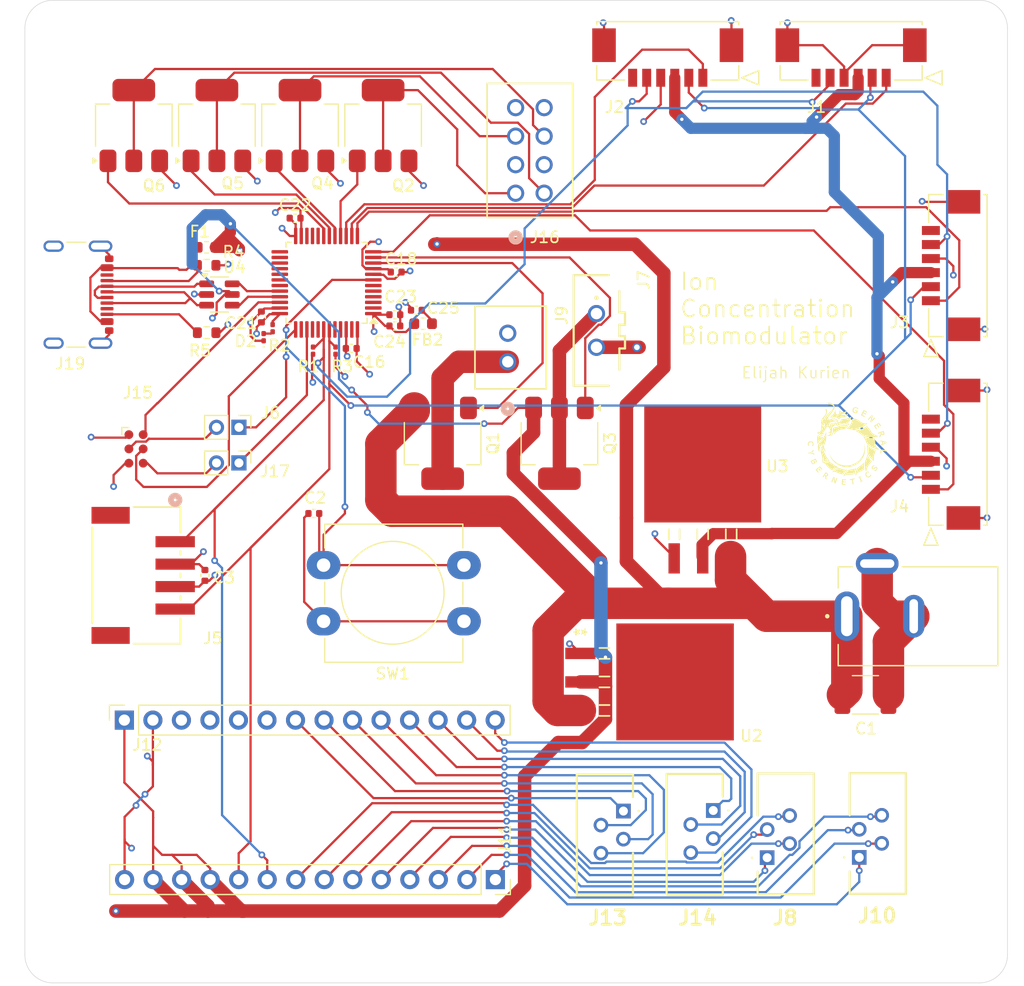
<source format=kicad_pcb>
(kicad_pcb (version 20240108) (generator "pcbnew") (generator_version "8.0")
  (layers (0 "F.Cu" signal) (1 "In1.Cu" power "Power") (2 "In2.Cu" power "GND") (31 "B.Cu" signal) (34 "B.Paste" user) (35 "F.Paste" user) (36 "B.SilkS" user "B.Silkscreen") (37 "F.SilkS" user "F.Silkscreen") (38 "B.Mask" user) (39 "F.Mask" user) (44 "Edge.Cuts" user))
  (net 0 "")
  (net 1 "+12V")
  (net 2 "GND")
  (net 3 "/NRST")
  (net 4 "+3.3V")
  (net 5 "Net-(C25-Pad1)")
  (net 6 "Net-(D2-A)")
  (net 7 "+5V")
  (net 8 "Net-(F1-Pad1)")
  (net 9 "/I2C_SCK")
  (net 11 "/IRQn3")
  (net 13 "/IRQn4")
  (net 15 "/IRQn2")
  (net 16 "/IRQn1")
  (net 18 "Net-(J15-~{RESET})")
  (net 19 "Net-(Q3-D)")
  (net 20 "/32+")
  (net 21 "/31+")
  (net 22 "/31-")
  (net 23 "/32-")
  (net 24 "Net-(Q1-D)")
  (net 25 "/41-")
  (net 26 "/42-")
  (net 27 "/42+")
  (net 28 "/41+")
  (net 29 "/11+")
  (net 30 "Net-(J12-Pin_7)")
  (net 31 "/21-")
  (net 34 "/11-")
  (net 35 "Net-(J12-Pin_8)")
  (net 37 "/12-")
  (net 38 "/21+")
  (net 40 "/12+")
  (net 41 "/SWCLK")
  (net 42 "/SWDIO")
  (net 43 "Net-(J15-SWO)")
  (net 44 "Net-(Q2-D)")
  (net 45 "Net-(Q6-D)")
  (net 46 "Net-(Q5-D)")
  (net 47 "Net-(Q4-D)")
  (net 48 "/SWO")
  (net 49 "Net-(J19-CC1)")
  (net 50 "/D+")
  (net 51 "/D-")
  (net 52 "Net-(J19-CC2)")
  (net 53 "/SOLEN_OUT")
  (net 54 "/SOL1")
  (net 55 "/PELT_OUT")
  (net 56 "/SOL2")
  (net 57 "/SOL3")
  (net 58 "/SOL4")
  (net 80 "Net-(J19-D+-PadA6)")
  (net 81 "Net-(J19-D--PadA7)")
  (net 82 "/I2C_SDA")
  (footprint "Resistor_SMD:R_0201_0603Metric" (layer "F.Cu") (at 126.133502 80.471002 90)
    (property "Reference" "R1")
    (property "Value" "10,000R")
  )
  (footprint "Connector_USB:USB_C_Receptacle_GCT_USB4105-xx-A_16P_TopMnt_Horizontal" (layer "F.Cu") (at 104.103754 75.485394 -90)
    (property "Reference" "J19")
    (property "Value" "USB_C_Receptacle_USB2.0_14P")
  )
  (footprint "Capacitor_SMD:C_0402_1005Metric" (layer "F.Cu") (at 121.533502 77.471002 90)
    (property "Reference" "C21")
    (property "Value" "100nF")
  )
  (footprint "Package_TO_SOT_SMD:SOT-23-6" (layer "F.Cu") (at 117.796002 75.471002)
    (property "Reference" "U4")
    (property "Value" "USBLC6-2SC6")
  )
  (footprint "co2_sensor_footprint:CON_532610671" (layer "F.Cu") (at 181.15 92.821002 90)
    (property "Reference" "J4")
    (property "Value" "532610671")
  )
  (footprint "co2_sensor_footprint:CON_532610671" (layer "F.Cu") (at 181.15 76.021002 90)
    (property "Reference" "J3")
    (property "Value" "532610671")
  )
  (footprint "Resistor_SMD:R_0201_0603Metric" (layer "F.Cu") (at 122.533502 78.471002 -90)
    (property "Reference" "R2")
    (property "Value" "220R")
  )
  (footprint "MountingHole:MountingHole_2.2mm_M2" (layer "F.Cu") (at 184.221002 53.021002)
    (property "Reference" "H4" (hide yes))
    (property "Value" "MountingHole")
  )
  (footprint "Resistor_SMD:R_0201_0603Metric" (layer "F.Cu") (at 128.133502 80.471002 90)
    (property "Reference" "R3")
    (property "Value" "10,000R")
  )
  (footprint "LED_SMD:LED_0201_0603Metric" (layer "F.Cu") (at 121.733502 79.271002 90)
    (property "Reference" "D2")
    (property "Value" "LED")
  )
  (footprint "solenoid_footprint:CONN_IPL1-102-01-L-S-K_SAI" (layer "F.Cu") (at 143.471002 81.461002 90)
    (property "Reference" "J9")
    (property "Value" "IPL1-102-01-L-S-K")
  )
  (footprint "LDO_5V:TS3B" (layer "F.Cu") (at 160.831002 90.690602)
    (property "Reference" "U3")
    (property "Value" "LM1084-3.3")
  )
  (footprint "Capacitor_SMD:C_0402_1005Metric" (layer "F.Cu") (at 116.506202 100.482903 90)
    (property "Reference" "C3")
    (property "Value" "100nF")
  )
  (footprint "Resistor_SMD:R_0603_1608Metric" (layer "F.Cu") (at 116.658502 78.871002)
    (property "Reference" "R5")
    (property "Value" "5,100R")
  )
  (footprint "Inductor_SMD:L_0603_1608Metric" (layer "F.Cu") (at 135.933502 78.071002 180)
    (property "Reference" "FB2")
    (property "Value" "120R")
  )
  (footprint "Connector_PinHeader_2.00mm:PinHeader_1x02_P2.00mm_Vertical" (layer "F.Cu") (at 119.533502 90.471002 -90)
    (property "Reference" "J17")
    (property "Value" "Conn_01x02_Pin")
  )
  (footprint "Capacitor_SMD:C_0402_1005Metric" (layer "F.Cu") (at 133.413502 77.271002)
    (property "Reference" "C23")
    (property "Value" "100nF")
  )
  (footprint "Package_TO_SOT_SMD:SOT-223-3_TabPin2" (layer "F.Cu") (at 124.971002 60.421002 90)
    (property "Reference" "Q4")
    (property "Value" "NDT3055L")
  )
  (footprint "Connector:Tag-Connect_TC2030-IDC-FP_2x03_P1.27mm_Vertical" (layer "F.Cu") (at 110.368502 89.221002 -90)
    (property "Reference" "J15")
    (property "Value" "Conn_ARM_SWD_TagConnect_TC2030")
  )
  (footprint "LOGO" (layer "F.Cu") (at 173.721002 89.021002)
    (property "Reference" "G***" (hide yes))
    (property "Value" "LOGO" (hide yes))
  )
  (footprint "Package_QFP:LQFP-48_7x7mm_P0.5mm" (layer "F.Cu") (at 127.333502 74.421002 180)
    (property "Reference" "U1" (hide yes))
    (property "Value" "STM32F410CBTx")
  )
  (footprint "microfluidics:39532045" (layer "F.Cu") (at 166.571002 125.621002 90)
    (property "Reference" "J8")
    (property "Value" "39-53-2045" (hide yes))
  )
  (footprint "MountingHole:MountingHole_2.2mm_M2" (layer "F.Cu") (at 104.221002 53.021002)
    (property "Reference" "H2" (hide yes))
    (property "Value" "MountingHole")
  )
  (footprint "Connector_PinSocket_2.54mm:PinSocket_1x14_P2.54mm_Vertical" (layer "F.Cu") (at 142.371002 127.571002 -90)
    (property "Reference" "J11")
    (property "Value" "Conn_01x14_Pin")
  )
  (footprint "LDO_5V:TS3B" (layer "F.Cu") (at 158.218602 109.971002 -90)
    (property "Reference" "U2")
    (property "Value" "LM1084-5.0")
  )
  (footprint "co2_sensor_footprint:CON_532610671" (layer "F.Cu") (at 177.171002 56.171001 180)
    (property "Reference" "J1")
    (property "Value" "532610671")
  )
  (footprint "co2_sensor_footprint:CON_532610671" (layer "F.Cu") (at 160.842004 56.171001 180)
    (property "Reference" "J2")
    (property "Value" "532610671")
  )
  (footprint "Capacitor_SMD:C_0402_1005Metric" (layer "F.Cu") (at 126.201002 94.971002 180)
    (property "Reference" "C2")
    (property "Value" "100nF")
  )
  (footprint "MountingHole:MountingHole_2.2mm_M2" (layer "F.Cu") (at 184.221002 133.021002)
    (property "Reference" "H3" (hide yes))
    (property "Value" "MountingHole")
  )
  (footprint "Package_TO_SOT_SMD:SOT-223-3_TabPin2" (layer "F.Cu") (at 132.371002 60.421002 90)
    (property "Reference" "Q2")
    (property "Value" "NDT3055L")
  )
  (footprint "pinch_solenoid:CONN_IPL1-104-01-x-D-x_SAI" (layer "F.Cu") (at 144.171002 66.451002 90)
    (property "Reference" "J16")
    (property "Value" "IPL1-104-01-L-D-K")
  )
  (footprint "Connector_PinSocket_2.54mm:PinSocket_1x14_P2.54mm_Vertical" (layer "F.Cu") (at 109.331002 113.371002 90)
    (property "Reference" "J12")
    (property "Value" "Conn_01x14_Pin")
  )
  (footprint "barrel_jack_EJ508A:MPD_EJ508A" (layer "F.Cu") (at 176.371002 104.121002 90)
    (property "Reference" "J18" (hide yes))
    (property "Value" "EJ508A")
  )
  (footprint "Package_TO_SOT_SMD:SOT-223-3_TabPin2" (layer "F.Cu") (at 137.671002 88.721002 -90)
    (property "Reference" "Q1")
    (property "Value" "NDT3055L")
  )
  (footprint "Capacitor_SMD:C_0402_1005Metric" (layer "F.Cu") (at 133.413502 78.271002)
    (property "Reference" "C24")
    (property "Value" "1uF")
  )
  (footprint "microfluidics:39532045" (layer "F.Cu") (at 174.771002 125.596002 90)
    (property "Reference" "J10")
    (property "Value" "39-53-2045" (hide yes))
  )
  (footprint "Resistor_SMD:R_0603_1608Metric" (layer "F.Cu") (at 116.658502 72.871002)
    (property "Reference" "R4")
    (property "Value" "5,100R")
  )
  (footprint "Button_Switch_THT:SW_PUSH-12mm_Wuerth-430476085716" (layer "F.Cu") (at 139.571002 104.571002 180)
    (property "Reference" "SW1")
    (property "Value" "SW_Push")
  )
  (footprint "Capacitor_SMD:C_0402_1005Metric" (layer "F.Cu") (at 135.333502 76.871002 180)
    (property "Reference" "C25")
    (property "Value" "1uF")
  )
  (footprint "Fuse:Fuse_0603_1608Metric" (layer "F.Cu") (at 116.646002 71.271002)
    (property "Reference" "F1")
    (property "Value" "500mA")
  )
  (footprint "MountingHole:MountingHole_2.2mm_M2" (layer "F.Cu") (at 104.221002 133.021002)
    (property "Reference" "H1" (hide yes))
    (property "Value" "MountingHole")
  )
  (footprint "Capacitor_SMD:C_0402_1005Metric" (layer "F.Cu") (at 124.533502 68.671002)
    (property "Reference" "C22")
    (property "Value" "100nF")
  )
  (footprint "Connector_PinHeader_2.00mm:PinHeader_1x02_P2.00mm_Vertical" (layer "F.Cu") (at 119.533502 87.301002 -90)
    (property "Reference" "J6")
    (property "Value" "Conn_01x02_Pin")
  )
  (footprint "Package_TO_SOT_SMD:SOT-223-3_TabPin2" (layer "F.Cu") (at 117.571002 60.421002 90)
    (property "Reference" "Q5")
    (property "Value" "NDT3055L")
  )
  (footprint "Capacitor_SMD:C_0402_1005Metric" (layer "F.Cu") (at 129.533502 80.271002 180)
    (property "Reference" "C16")
    (property "Value" "1uF")
  )
  (footprint "microfluidics:39532045" (layer "F.Cu") (at 153.771002 121.471002 -90)
    (property "Reference" "J13")
    (property "Value" "39-53-2045" (hide yes))
  )
  (footprint "co2_dev_board_male_socket:CONN4_S4B-PH-SM4-TB_JST" (layer "F.Cu") (at 110.403502 100.482903 90)
    (property "Reference" "J5")
    (property "Value" "S4B-PH-SM4-TB")
  )
  (footprint "Package_TO_SOT_SMD:SOT-223-3_TabPin2" (layer "F.Cu") (at 110.171002 60.421002 90)
    (property "Reference" "Q6")
    (property "Value" "NDT3055L")
  )
  (footprint "Capacitor_SMD:C_1812_4532Metric" (layer "F.Cu") (at 175.321002 111.121002)
    (property "Reference" "C1")
    (property "Value" "1uF")
  )
  (footprint "Capacitor_SMD:C_0402_1005Metric" (layer "F.Cu") (at 133.533502 73.471002)
    (property "Reference" "C18")
    (property "Value" "100nF")
  )
  (footprint "peltier_cooler_socket_footprint:66200211122" (layer "F.Cu") (at 151.371002 78.671002 90)
    (property "Reference" "J7")
    (property "Value" "6620XX11122_66200211122")
    (property "VALUE" "66200211122" (hide yes))
  )
  (footprint "microfluidics:39532045" (layer "F.Cu") (at 161.771002 121.421002 -90)
    (property "Reference" "J14")
    (property "Value" "39-53-2045" (hide yes))
  )
  (footprint "Package_TO_SOT_SMD:SOT-223-3_TabPin2" (layer "F.Cu") (at 148.071002 88.721002 -90)
    (property "Reference" "Q3")
    (property "Value" "NDT3055L")
  )
  (gr_arc (start 185.471002 49.271002) (mid 187.238769 50.003235) (end 187.971002 51.771002) (stroke (width 0.05)) (layer "Edge.Cuts"))
  (gr_line (start 100.471002 134.271002) (end 100.471002 51.771002) (stroke (width 0.05)) (layer "Edge.Cuts"))
  (gr_arc (start 102.971002 136.771002) (mid 101.203235 136.038769) (end 100.471002 134.271002) (stroke (width 0.05)) (layer "Edge.Cuts"))
  (gr_arc (start 100.471002 51.771002) (mid 101.203235 50.003235) (end 102.971002 49.271002) (stroke (width 0.05)) (layer "Edge.Cuts"))
  (gr_line (start 102.971002 49.271002) (end 185.471002 49.271002) (stroke (width 0.05)) (layer "Edge.Cuts"))
  (gr_line (start 185.471002 136.771002) (end 102.971002 136.771002) (stroke (width 0.05)) (layer "Edge.Cuts"))
  (gr_line (start 187.971002 51.771002) (end 187.971002 134.271002) (stroke (width 0.05)) (layer "Edge.Cuts"))
  (gr_arc (start 187.971002 134.271002) (mid 187.238769 136.038769) (end 185.471002 136.771002) (stroke (width 0.05)) (layer "Edge.Cuts"))
  (gr_text "Ion\nConcentration\nBiomodulator" (at 158.721002 80.021002 0) (layer "F.SilkS") (effects (font (size 1.5 1.5)) (justify left bottom)))
  (gr_text "Elijah Kurien" (at 164.221002 83.021002 0) (layer "F.SilkS") (effects (font (size 1 1) (thickness 0.1)) (justify left bottom)))
  (segment (start 163.311002 100.911002) (end 163.311002 98.803802) (width 2.8) (layer "F.Cu") (net 1))
  (segment (start 134.671002 64.471002) (end 135.971002 65.771002) (width 0.2) (layer "F.Cu") (net 1))
  (segment (start 157.771002 102.971002) (end 151.571002 102.971002) (width 2.8) (layer "F.Cu") (net 1))
  (segment (start 147.065002 111.665002) (end 147.911002 112.511002) (width 2.8) (layer "F.Cu") (net 1))
  (segment (start 154.037002 95.371002) (end 154.037002 85.305002) (width 1.2) (layer "F.Cu") (net 1))
  (segment (start 127.271002 63.571002) (end 127.271002 64.271002) (width 0.2) (layer "F.Cu") (net 1))
  (segment (start 165.571002 103.171002) (end 163.311002 100.911002) (width 2.8) (layer "F.Cu") (net 1))
  (segment (start 151.571002 102.971002) (end 143.371002 94.771002) (width 2.8) (layer "F.Cu") (net 1))
  (segment (start 132.171002 88.771002) (end 135.144002 85.798002) (width 2.8) (layer "F.Cu") (net 1))
  (segment (start 173.666002 104.121002) (end 173.666002 110.726002) (width 2.8) (layer "F.Cu") (net 1))
  (segment (start 134.671002 63.571002) (end 134.671002 64.471002) (width 0.2) (layer "F.Cu") (net 1))
  (segment (start 165.571002 103.171002) (end 165.371002 102.971002) (width 2.8) (layer "F.Cu") (net 1))
  (segment (start 137.198002 70.998002) (end 137.171002 70.971002) (width 1.2) (layer "F.Cu") (net 1))
  (segment (start 137.171002 70.971002) (end 137.144002 70.998002) (width 1.2) (layer "F.Cu") (net 1))
  (segment (start 137.144002 70.998002) (end 136.971002 70.998002) (width 1.2) (layer "F.Cu") (net 1))
  (segment (start 154.798002 70.998002) (end 137.198002 70.998002) (width 1.2) (layer "F.Cu") (net 1))
  (segment (start 154.037002 99.237002) (end 154.037002 95.371002) (width 1.2) (layer "F.Cu") (net 1))
  (segment (start 127.271002 64.271002) (end 128.571002 65.571002) (width 0.2) (layer "F.Cu") (net 1))
  (segment (start 119.871002 63.571002) (end 119.871002 64.071002) (width 0.2) (layer "F.Cu") (net 1))
  (segment (start 157.371002 81.971002) (end 157.371002 73.571002) (width 1.2) (layer "F.Cu") (net 1))
  (segment (start 151.571002 102.971002) (end 149.490002 102.971002) (width 2.8) (layer "F.Cu") (net 1))
  (segment (start 112.471002 64.271002) (end 113.971002 65.771002) (width 0.2) (layer "F.Cu") (net 1))
  (segment (start 147.911002 112.511002) (end 149.938202 112.511002) (width 2.8) (layer "F.Cu") (net 1))
  (segment (start 133.171002 94.771002) (end 132.171002 93.771002) (width 2.8) (layer "F.Cu") (net 1))
  (segment (start 173.666002 104.121002) (end 166.521002 104.121002) (width 2.8) (layer "F.Cu") (net 1))
  (segment (start 154.037002 85.305002) (end 156.571002 82.771002) (width 1.2) (layer "F.Cu") (net 1))
  (segment (start 147.065002 105.396002) (end 147.065002 111.665002) (width 2.8) (layer "F.Cu") (net 1))
  (segment (start 135.144002 85.798002) (end 135.144002 85.571002) (width 2.8) (layer "F.Cu") (net 1))
  (segment (start 165.371002 102.971002) (end 157.771002 102.971002) (width 2.8) (layer "F.Cu") (net 1))
  (segment (start 173.666002 110.726002) (end 173.271002 111.121002) (width 2.8) (layer "F.Cu") (net 1))
  (segment (start 143.371002 94.771002) (end 133.171002 94.771002) (width 2.8) (layer "F.Cu") (net 1))
  (segment (start 156.571002 82.771002) (end 157.371002 81.971002) (width 1.2) (layer "F.Cu") (net 1))
  (segment (start 132.171002 93.771002) (end 132.171002 88.771002) (width 2.8) (layer "F.Cu") (net 1))
  (segment (start 157.371002 73.571002) (end 154.798002 70.998002) (width 1.2) (layer "F.Cu") (net 1))
  (segment (start 119.871002 64.071002) (end 121.171002 65.371002) (width 0.2) (layer "F.Cu") (net 1))
  (segment (start 157.771002 102.971002) (end 154.037002 99.237002) (width 1.2) (layer "F.Cu") (net 1))
  (segment (start 166.521002 104.121002) (end 165.571002 103.171002) (width 2.8) (layer "F.Cu") (net 1))
  (segment (start 149.490002 102.971002) (end 147.065002 105.396002) (width 2.8) (layer "F.Cu") (net 1))
  (segment (start 112.471002 63.571002) (end 112.471002 64.271002) (width 0.2) (layer "F.Cu") (net 1))
  (via (at 135.971002 65.771002) (size 0.6) (drill 0.3) (layers "F.Cu" "B.Cu") (net 1))
  (via (at 137.171002 70.971002) (size 0.6) (drill 0.3) (layers "F.Cu" "B.Cu") (net 1))
  (via (at 128.571002 65.571002) (size 0.6) (drill 0.3) (layers "F.Cu" "B.Cu") (net 1))
  (via (at 121.171002 65.371002) (size 0.6) (drill 0.3) (layers "F.Cu" "B.Cu") (net 1))
  (via (at 113.971002 65.771002) (size 0.6) (drill 0.3) (layers "F.Cu" "B.Cu") (net 1))
  (segment (start 171.521003 53.271002) (end 173.421002 55.171001) (width 0.2) (layer "F.Cu") (net 2))
  (segment (start 125.013502 68.013502) (end 124.771002 67.771002) (width 0.2) (layer "F.Cu") (net 2))
  (segment (start 108.371002 91.547067) (end 108.371002 92.571002) (width 0.2) (layer "F.Cu") (net 2))
  (segment (start 173.421002 56.171001) (end 173.421002 55.771001) (width 0.2) (layer "F.Cu") (net 2))
  (segment (start 121.803502 76.721002) (end 121.533502 76.991002) (width 0.2) (layer "F.Cu") (net 2))
  (segment (start 138.571002 104.571002) (end 126.071002 104.571002) (width 0.2) (layer "F.Cu") (net 2))
  (segment (start 109.351002 123.971002) (end 109.351002 127.571002) (width 0.2) (layer "F.Cu") (net 2))
  (segment (start 120.991002 79.591002) (end 120.571002 79.171002) (width 0.2) (layer "F.Cu") (net 2))
  (segment (start 133.413502 74.071002) (end 134.013502 73.471002) (width 0.2) (layer "F.Cu") (net 2))
  (segment (start 125.344002 102.844002) (end 127.071002 104.571002) (width 0.2) (layer "F.Cu") (net 2))
  (segment (start 182.55 90.071002) (end 182.55 90.75) (width 0.2) (layer "F.Cu") (net 2))
  (segment (start 121.533502 76.991002) (end 121.533502 77.008502) (width 0.2) (layer "F.Cu") (net 2))
  (segment (start 182.55 90.75) (end 182.55 90.95) (width 0.2) (layer "F.Cu") (net 2))
  (segment (start 156.571002 97.143802) (end 158.231002 98.803802) (width 0.2) (layer "F.Cu") (net 2))
  (segment (start 186.078998 84.021002) (end 186.15 83.95) (width 0.2) (layer "F.Cu") (net 2))
  (segment (start 129.053502 80.853502) (end 129.171002 80.971002) (width 0.2) (layer "F.Cu") (net 2))
  (segment (start 117.483502 72.871002) (end 118.471002 72.871002) (width 0.2) (layer "F.Cu") (net 2))
  (segment (start 115.259102 99.482902) (end 116.371002 98.371002) (width 0.2) (layer "F.Cu") (net 2))
  (segment (start 132.758672 74.071002) (end 133.413502 74.071002) (width 0.2) (layer "F.Cu") (net 2))
  (segment (start 125.721002 94.971002) (end 125.344002 95.348002) (width 0.2) (layer "F.Cu") (net 2))
  (segment (start 121.733502 79.591002) (end 120.991002 79.591002) (width 0.2) (layer "F.Cu") (net 2))
  (segment (start 129.053502 80.271002) (end 129.053502 80.853502) (width 0.2) (layer "F.Cu") (net 2))
  (segment (start 154.971002 80.171002) (end 155.171002 80.171002) (width 1.2) (layer "F.Cu") (net 2))
  (segment (start 124.771002 67.771002) (end 123.171002 67.771002) (width 0.2) (layer "F.Cu") (net 2))
  (segment (start 111.871002 117.371002) (end 111.871002 117.071002) (width 0.2) (layer "F.Cu") (net 2))
  (segment (start 152.042004 51.342004) (end 151.971002 51.271002) (width 0.2) (layer "F.Cu") (net 2))
  (segment (start 118.471002 72.871002) (end 118.571002 72.771002) (width 0.2) (layer "F.Cu") (net 2))
  (segment (start 111.871002 119.271002) (end 111.171002 119.971002) (width 0.2) (layer "F.Cu") (net 2))
  (segment (start 132.408672 73.721002) (end 132.758672 74.071002) (width 0.2) (layer "F.Cu") (net 2))
  (segment (start 177.371002 106.371002) (end 179.621002 104.121002) (width 2.8) (layer "F.Cu") (net 2))
  (segment (start 176.371002 102.921002) (end 177.571002 104.121002) (width 2.8) (layer "F.Cu") (net 2))
  (segment (start 111.871002 113.371002) (end 111.871002 117.371002) (width 0.2) (layer "F.Cu") (net 2))
  (segment (start 134.853502 76.871002) (end 134.853502 76.653502) (width 0.2) (layer "F.Cu") (net 2))
  (segment (start 133.893502 77.271002) (end 133.893502 78.271002) (width 0.2) (layer "F.Cu") (net 2))
  (segment (start 125.344002 95.348002) (end 125.344002 102.844002) (width 0.2) (layer "F.Cu") (net 2))
  (segment (start 181.55 89.071002) (end 182.55 90.071002) (width 0.2) (layer "F.Cu") (net 2))
  (segment (start 163.392004 53.271002) (end 163.392004 51.092004) (width 0.2) (layer "F.Cu") (net 2))
  (segment (start 120.571002 79.171002) (end 120.571002 77.971002) (width 0.2) (layer "F.Cu") (net 2))
  (segment (start 181.15 72.271002) (end 182.471002 72.271002) (width 0.2) (layer "F.Cu") (net 2))
  (segment (start 113.856203 99.482902) (end 115.986201 99.482902) (width 0.2) (layer "F.Cu") (net 2))
  (segment (start 123.171002 76.721002) (end 121.803502 76.721002) (width 0.2) (layer "F.Cu") (net 2))
  (segment (start 109.427067 90.491002) (end 108.371002 91.547067) (width 0.2) (layer "F.Cu") (net 2))
  (segment (start 134.013502 73.471002) (end 134.671002 73.471002) (width 0.2) (layer "F.Cu") (net 2))
  (segment (start 184.049999 95.371002) (end 186.128998 95.371002) (width 0.2) (layer "F.Cu") (net 2))
  (segment (start 149.078202 106.571002) (end 149.938202 107.431002) (width 0.2) (layer "F.Cu") (net 2))
  (segment (start 157.092004 56.171001) (end 157.092004 58.55) (width 0.2) (layer "F.Cu") (net 2))
  (segment (start 176.371002 99.431002) (end 176.371002 102.921002) (width 2.8) (layer "F.Cu") (net 2))
  (segment (start 113.856203 99.482902) (end 115.259102 99.482902) (width 0.2) (layer "F.Cu") (net 2))
  (segment (start 163.392004 51.092004) (end 163.371002 51.071002) (width 0.2) (layer "F.Cu") (net 2))
  (segment (start 177.371002 111.121002) (end 177.371002 106.371002) (width 2.8) (layer "F.Cu") (net 2))
  (segment (start 107.208754 79.805394) (end 107.981254 79.032894) (width 0.2) (layer "F.Cu") (net 2))
  (segment (start 117.822622 78.871002) (end 118.546812 78.146812) (width 0.2) (layer "F.Cu") (net 2))
  (segment (start 109.191002 127.371002) (end 109.851268 127.371002) (width 0.2) (layer "F.Cu") (net 2))
  (segment (start 157.092004 58.55) (end 155.571002 60.071002) (width 0.2) (layer "F.Cu") (net 2))
  (segment (start 133.893502 77.271002) (end 133.893502 76.693502) (width 0.2) (layer "F.Cu") (net 2))
  (segment (start 173.421002 55.771001) (end 175.921001 53.271002) (width 0.2) (layer "F.Cu") (net 2))
  (segment (start 134.671002 73.471002) (end 134.771002 73.371002) (width 0.2) (layer "F.Cu") (net 2))
  (segment (start 156.571002 96.771002) (end 156.571002 97.143802) (width 0.2) (layer "F.Cu") (net 2))
  (segment (start 133.893502 76.693502) (end 133.771002 76.571002) (width 0.2) (layer "F.Cu") (net 2))
  (segment (start 121.533502 77.008502) (end 120.571002 77.971002) (width 0.2) (layer "F.Cu") (net 2))
  (segment (start 117.483502 78.871002) (end 117.822622 78.871002) (width 0.2) (layer "F.Cu") (net 2))
  (segment (start 107.981254 79.032894) (end 107.981254 78.685394) (width 0.2) (layer "F.Cu") (net 2))
  (segment (start 183.15 72.95) (end 183.15 73.75) (width 0.2) (layer "F.Cu") (net 2))
  (segment (start 152.042004 53.271002) (end 152.042004 51.342004) (width 0.2) (layer "F.Cu") (net 2))
  (segment (start 134.853502 76.653502) (end 134.371002 76.171002) (width 0.2) (layer "F.Cu") (net 2))
  (segment (start 186.128998 95.371002) (end 186.15 95.35) (width 0.2) (layer "F.Cu") (net 2))
  (segment (start 109.351002 121.991002) (end 109.351002 123.971002) (width 0.2) (layer "F.Cu") (net 2))
  (segment (start 177.571002 104.121002) (end 179.621002 104.121002) (width 2.8) (layer "F.Cu") (net 2))
  (segment (start 181.15 89.071002) (end 181.55 89.071002) (width 0.2) (layer "F.Cu") (net 2))
  (segment (start 184.049999 84.021002) (end 186.078998 84.021002) (width 0.2) (layer "F.Cu") (net 2))
  (segment (start 116.658502 75.471002) (end 115.603794 75.471002) (width 0.2) (layer "F.Cu") (net 2))
  (segment (start 182.471002 72.271002) (end 183.15 72.95) (width 0.2) (layer "F.Cu") (net 2))
  (segment (start 107.981254 71.937894) (end 107.981254 72.285394) (width 0.2) (layer "F.Cu") (net 2))
  (segment (start 180.3 67.242004) (end 180.371002 67.171002) (width 0.2) (layer "F.Cu") (net 2))
  (segment (start 115.986201 99.482902) (end 116.506202 100.002903) (width 0.2) (layer "F.Cu") (net 2))
  (segment (start 175.921001 53.271002) (end 179.721002 53.271002) (width 0.2) (layer "F.Cu") (net 2))
  (segment (start 123.171002 67.771002) (end 122.771002 68.171002) (width 0.2) (layer "F.Cu") (net 2))
  (segment (start 184.049999 78.571002) (end 185.928998 78.571002) (width 0.2) (layer "F.Cu") (net 2))
  (segment (start 168.371002 53.271002) (end 168.371002 51.271002) (width 0.2) (layer "F.Cu") (net 2))
  (segment (start 125.083502 68.741002) (end 125.013502 68.671002) (width 0.2) (layer "F.Cu") (net 2))
  (segment (start 109.351002 123.971002) (end 109.351002 124.151002) (width 0.2) (layer "F.Cu") (net 2))
  (segment (start 109.733502 90.491002) (end 109.427067 90.491002) (width 0.2) (layer "F.Cu") (net 2))
  (segment (start 125.013502 68.671002) (end 125.013502 68.013502) (width 0.2) (layer "F.Cu") (net 2))
  (segment (start 111.871002 117.071002) (end 111.371002 116.571002) (width 0.2) (layer "F.Cu") (net 2))
  (segment (start 110.371002 120.971002) (end 109.351002 121.991002) (width 0.2) (layer "F.Cu") (net 2))
  (segment (start 129.083502 80.241002) (end 129.053502 80.271002) (width 0.2) (layer "F.Cu") (net 2))
  (segment (start 125.083502 70.308502) (end 125.083502 68.741002) (width 0.2) (layer "F.Cu") (net 2))
  (segment (start 168.371002 53.271002) (end 171.521003 53.271002) (width 0.2) (layer "F.Cu") (net 2))
  (segment (start 148.971002 106.571002) (end 149.078202 106.571002) (width 0.2) (layer "F.Cu") (net 2))
  (segment (start 173.421002 55.171001) (end 173.421002 56.171001) (width 0.2) (layer "F.Cu") (net 2))
  (segment (start 107.208754 71.165394) (end 107.981254 71.937894) (width 0.2) (layer "F.Cu") (net 2))
  (segment (start 111.871002 117.371002) (end 111.871002 119.271002) (width 0.2) (layer "F.Cu") (net 2))
  (segment (start 180.421002 67.221002) (end 180.371002 67.171002) (width 0.2) (layer "F.Cu") (net 2))
  (segment (start 129.083502 78.633502) (end 129.083502 80.241002) (width 0.2) (layer "F.Cu") (net 2))
  (segment (start 151.371002 80.171002) (end 154.971002 80.171002) (width 1.2) (layer "F.Cu") (net 2))
  (segment (start 184.049999 67.221002) (end 180.421002 67.221002) (width 0.2) (layer "F.Cu") (net 2))
  (segment (start 131.496002 73.721002) (end 132.408672 73.721002) (width 0.2) (layer "F.Cu") (net 2))
  (segment (start 185.928998 78.571002) (end 185.95 78.55) (width 0.2) (layer "F.Cu") (net 2))
  (segment (start 115.603794 75.471002) (end 115.558882 75.42609) (width 0.2) (layer "F.Cu") (net 2))
  (segment (start 109.351002 124.151002) (end 109.971002 124.771002) (width 0.2) (layer "F.Cu") (net 2))
  (via (at 111.371002 116.571002) (size 0.6) (drill 0.3) (layers "F.Cu" "B.Cu") (net 2))
  (via (at 109.971002 124.771002) (size 0.6) (drill 0.3) (layers "F.Cu" "B.Cu") (net 2))
  (via (at 154.971002 80.171002) (size 0.8) (drill 0.5) (layers "F.Cu" "B.Cu") (net 2))
  (via (at 116.371002 98.371002) (size 0.6) (drill 0.3) (layers "F.Cu" "B.Cu") (net 2))
  (via (at 134.371002 76.171002) (size 0.6) (drill 0.3) (layers "F.Cu" "B.Cu") (net 2))
  (via (at 108.371002 92.571002) (size 0.6) (drill 0.3) (layers "F.Cu" "B.Cu") (net 2))
  (via (at 185.95 78.55) (size 0.6) (drill 0.3) (layers "F.Cu" "B.Cu") (net 2))
  (via (at 186.15 83.95) (size 0.6) (drill 0.3) (layers "F.Cu" "B.Cu") (net 2))
  (via (at 115.558882 75.42609) (size 0.6) (drill 0.3) (layers "F.Cu" "B.Cu") (net 2))
  (via (at 151.971002 51.271002) (size 0.6) (drill 0.3) (layers "F.Cu" "B.Cu") (net 2))
  (via (at 183.15 73.75) (size 0.6) (drill 0.3) (layers "F.Cu" "B.Cu") (net 2))
  (via (at 134.771002 73.371002) (size 0.6) (drill 0.3) (layers "F.Cu" "B.Cu") (net 2))
  (via (at 156.571002 96.771002) (size 0.6) (drill 0.3) (layers "F.Cu" "B.Cu") (net 2))
  (via (at 182.55 90.75) (size 0.6) (drill 0.3) (layers "F.Cu" "B.Cu") (net 2))
  (via (at 186.15 95.35) (size 0.6) (drill 0.3) (layers "F.Cu" "B.Cu") (net 2))
  (via (at 110.371002 120.971002) (size 0.6) (drill 0.3) (layers "F.Cu" "B.Cu") (net 2))
  (via (at 148.971002 106.571002) (size 0.6) (drill 0.3) (layers "F.Cu" "B.Cu") (net 2))
  (via (at 133.771002 76.571002) (size 0.6) (drill 0.3) (layers "F.Cu" "B.Cu") (net 2))
  (via (at 155.571002 60.071002) (size 0.6) (drill 0.3) (layers "F.Cu" "B.Cu") (net 2))
  (via (at 118.571002 72.771002) (size 0.6) (drill 0.3) (layers "F.Cu" "B.Cu") (net 2))
  (via (at 163.371002 51.071002) (size 0.6) (drill 0.3) (layers "F.Cu" "B.Cu") (net 2))
  (via (at 180.371002 67.171002) (size 0.6) (drill 0.3) (layers "F.Cu" "B.Cu") (net 2))
  (via (at 118.546812 78.146812) (size 0.6) (drill 0.3) (layers "F.Cu" "B.Cu") (net 2))
  (via (at 129.171002 80.971002) (size 0.6) (drill 0.3) (layers "F.Cu" "B.Cu") (net 2))
  (via (at 120.571002 77.971002) (size 0.6) (drill 0.3) (layers "F.Cu" "B.Cu") (net 2))
  (via (at 168.371002 51.271002) (size 0.6) (drill 0.3) (layers "F.Cu" "B.Cu") (net 2))
  (via (at 111.171002 119.971002) (size 0.6) (drill 0.3) (layers "F.Cu" "B.Cu") (net 2))
  (via (at 122.771002 68.171002) (size 0.6) (drill 0.3) (layers "F.Cu" "B.Cu") (net 2))
  (segment (start 111.171002 119.971002) (end 110.371002 120.771002) (width 0.2) (layer "B.Cu") (net 2))
  (segment (start 110.371002 120.771002) (end 110.371002 120.971002) (width 0.2) (layer "B.Cu") (net 2))
  (segment (start 128.971002 94.971002) (end 127.071002 96.871002) (width 0.2) (layer "F.Cu") (net 3))
  (segment (start 121.133502 87.221002) (end 123.733502 84.621002) (width 0.2) (layer "F.Cu") (net 3))
  (segment (start 123.733502 84.621002) (end 123.733502 81.021002) (width 0.2) (layer "F.Cu") (net 3))
  (segment (start 128.971002 94.371002) (end 128.971002 94.971002) (width 0.2) (layer "F.Cu") (net 3))
  (segment (start 121.053502 87.301002) (end 121.133502 87.221002) (width 0.2) (layer "F.Cu") (net 3))
  (segment (start 123.733502 78.621002) (end 123.733502 78.266832) (width 0.2) (layer "F.Cu") (net 3))
  (segment (start 119.533502 87.301002) (end 121.053502 87.301002) (width 0.2) (layer "F.Cu") (net 3))
  (segment (start 123.733502 78.266832) (end 127.829332 74.171002) (width 0.2) (layer "F.Cu") (net 3))
  (segment (start 126.681002 99.181002) (end 127.071002 99.571002) (width 0.2) (layer "F.Cu") (net 3))
  (segment (start 127.829332 74.171002) (end 131.496002 74.171002) (width 0.2) (layer "F.Cu") (net 3))
  (segment (start 138.571002 99.571002) (end 126.071002 99.571002) (width 0.2) (layer "F.Cu") (net 3))
  (segment (start 126.681002 94.971002) (end 126.681002 99.181002) (width 0.2) (layer "F.Cu") (net 3))
  (segment (start 127.071002 96.871002) (end 127.071002 99.571002) (width 0.2) (layer "F.Cu") (net 3))
  (via (at 123.733502 81.021002) (size 0.6) (drill 0.3) (layers "F.Cu" "B.Cu") (net 3))
  (via (at 123.733502 78.621002) (size 0.6) (drill 0.3) (layers "F.Cu" "B.Cu") (net 3))
  (via (at 128.971002 94.371002) (size 0.6) (drill 0.3) (layers "F.Cu" "B.Cu") (net 3))
  (segment (start 123.733502 80.171002) (end 128.971002 85.408502) (width 0.2) (layer "B.Cu") (net 3))
  (segment (start 128.971002 85.408502) (end 128.971002 94.371002) (width 0.2) (layer "B.Cu") (net 3))
  (segment (start 123.733502 80.171002) (end 123.733502 78.621002) (width 0.2) (layer "B.Cu") (net 3))
  (segment (start 123.733502 81.021002) (end 123.733502 80.171002) (width 0.2) (layer "B.Cu") (net 3))
  (segment (start 166.992004 96.75) (end 166.971002 96.771002) (width 1) (layer "F.Cu") (net 4))
  (segment (start 116.888211 100.962903) (end 117.390557 100.460557) (width 0.2) (layer "F.Cu") (net 4))
  (segment (start 131.496002 73.171002) (end 130.829332 73.171002) (width 0.2) (layer "F.Cu") (net 4))
  (segment (start 132.933502 78.271002) (end 132.546002 78.271002) (width 0.2) (layer "F.Cu") (net 4))
  (segment (start 128.133502 80.791002) (end 128.133502 81.933502) (width 0.2) (layer "F.Cu") (net 4))
  (segment (start 178.75 90.75) (end 179.178998 90.321002) (width 1) (layer "F.Cu") (net 4))
  (segment (start 132.933502 77.271002) (end 131.546002 77.271002) (width 0.2) (layer "F.Cu") (net 4))
  (segment (start 172.75 96.75) (end 178.75 90.75) (width 1) (layer "F.Cu") (net 4))
  (segment (start 130.083502 80.201002) (end 130.013502 80.271002) (width 0.2) (layer "F.Cu") (net 4))
  (segment (start 131.496002 78.696002) (end 131.571002 78.771002) (width 0.2) (layer "F.Cu") (net 4))
  (segment (start 124.583502 69.201002) (end 124.053502 68.671002) (width 0.2) (layer "F.Cu") (net 4))
  (segment (start 158.342004 59.242004) (end 158.342004 56.171001) (width 1) (layer "F.Cu") (net 4))
  (segment (start 174.671002 57.375001) (end 174.671002 56.171001) (width 1) (layer "F.Cu") (net 4))
  (segment (start 131.496002 73.221002) (end 132.803502 73.221002) (width 0.2) (layer "F.Cu") (net 4))
  (segment (start 160.771002 98.803802) (end 160.771002 97.771002) (width 1) (layer "F.Cu") (net 4))
  (segment (start 133.470502 78.808002) (end 134.409002 78.808002) (width 0.2) (layer "F.Cu") (net 4))
  (segment (start 178.578998 73.521002) (end 181.15 73.521002) (width 1) (layer "F.Cu") (net 4))
  (segment (start 130.083502 78.633502) (end 130.083502 80.201002) (width 0.2) (layer "F.Cu") (net 4))
  (segment (start 130.531502 71.468832) (end 131.229332 70.771002) (width 0.2) (layer "F.Cu") (net 4))
  (segment (start 109.466052 88.218452) (end 106.418452 88.218452) (width 0.2) (layer "F.Cu") (net 4))
  (segment (start 122.263502 77.221002) (end 121.533502 77.951002) (width 0.2) (layer "F.Cu") (net 4))
  (segment (start 122.533502 77.858502) (end 123.171002 77.221002) (width 0.2) (layer "F.Cu") (net 4))
  (segment (start 131.546002 77.271002) (end 131.496002 77.221002) (width 0.2) (layer "F.Cu") (net 4))
  (segment (start 161.771002 96.771002) (end 166.971002 96.771002) (width 1) (layer "F.Cu") (net 4))
  (segment (start 116.506202 100.962903) (end 116.888211 100.962903) (width 0.2) (layer "F.Cu") (net 4))
  (segment (start 170.971002 59.671002) (end 172.971002 57.671002) (width 1) (layer "F.Cu") (net 4))
  (segment (start 130.531502 72.873172) (end 130.531502 71.468832) (width 0.2) (layer "F.Cu") (net 4))
  (segment (start 124.058502 70.258502) (end 123.371002 69.571002) (width 0.2) (layer "F.Cu") (net 4))
  (segment (start 121.533502 77.951002) (end 121.106504 78.378) (width 0.2) (layer "F.Cu") (net 4))
  (segment (start 176.55 82.95) (end 176.55 80.95) (width 1) (layer "F.Cu") (net 4))
  (segment (start 178.75 90.75) (end 178.75 85.15) (width 1) (layer "F.Cu") (net 4))
  (segment (start 124.583502 70.258502) (end 124.058502 70.258502) (width 0.2) (layer "F.Cu") (net 4))
  (segment (start 130.013502 80.271002) (end 130.013502 81.413502) (width 0.2) (layer "F.Cu") (net 4))
  (segment (start 132.546002 78.271002) (end 131.496002 77.221002) (width 0.2) (layer "F.Cu") (net 4))
  (segment (start 174.375001 57.671002) (end 174.671002 57.375001) (width 1) (layer "F.Cu") (net 4))
  (segment (start 128.133502 81.933502) (end 128.971002 82.771002) (width 0.2) (layer "F.Cu") (net 4))
  (segment (start 130.013502 81.413502) (end 131.171002 82.571002) (width 0.2) (layer "F.Cu") (net 4))
  (segment (start 122.533502 78.151002) (end 122.533502 77.858502) (width 0.2) (layer "F.Cu") (net 4))
  (segment (start 172.971002 57.671002) (end 174.375001 57.671002) (width 1) (layer "F.Cu") (net 4))
  (segment (start 115.986201 101.482904) (end 116.506202 100.962903) (width 0.2) (layer "F.Cu") (net 4))
  (segment (start 121.106504 78.378) (end 121.106504 78.961213) (width 0.2) (layer "F.Cu") (net 4))
  (segment (start 109.733502 87.951002) (end 109.466052 88.218452) (width 0.2) (layer "F.Cu") (net 4))
  (segment (start 160.771002 97.771002) (end 161.771002 96.771002) (width 1) (layer "F.Cu") (net 4))
  (segment (start 113.856203 101.482904) (end 115.986201 101.482904) (width 0.2) (layer "F.Cu") (net 4))
  (segment (start 176.55 80.95) (end 176.35 80.75) (width 1) (layer "F.Cu") (net 4))
  (segment (start 134.409002 78.808002) (end 135.146002 78.071002) (width 0.2) (layer "F.Cu") (net 4))
  (segment (start 131.496002 77.171002) (end 131.496002 78.696002) (width 0.2) (layer "F.Cu") (net 4))
  (segment (start 126.133502 80.791002) (end 126.044002 80.880502) (width 0.2) (layer "F.Cu") (net 4))
  (segment (start 178.75 85.15) (end 176.55 82.95) (width 1) (layer "F.Cu") (net 4))
  (segment (start 172.75 96.75) (end 166.992004 96.75) (width 1) (layer "F.Cu") (net 4))
  (segment (start 106.418452 88.218452) (end 106.371002 88.171002) (width 0.2) (layer "F.Cu") (net 4))
  (segment (start 132.803502 73.221002) (end 133.053502 73.471002) (width 0.2) (layer "F.Cu") (net 4))
  (segment (start 132.933502 78.271002) (end 133.470502 78.808002) (width 0.2) (layer "F.Cu") (net 4))
  (segment (start 123.171002 77.221002) (end 122.263502 77.221002) (width 0.2) (layer "F.Cu") (net 4))
  (segment (start 179.178998 90.321002) (end 181.15 90.321002) (width 1) (layer "F.Cu") (net 4))
  (segment (start 124.583502 70.308502) (end 124.583502 69.201002) (width 0.2) (layer "F.Cu") (net 4))
  (segment (start 177.75 74.35) (end 178.578998 73.521002) (width 1) (layer "F.Cu") (net 4))
  (segment (start 126.044002 80.880502) (end 126.044002 83.226792) (width 0.2) (layer "F.Cu") (net 4))
  (segment (start 131.229332 70.771002) (end 131.971002 70.771002) (width 0.2) (layer "F.Cu") (net 4))
  (segment (start 130.829332 73.171002) (end 130.531502 72.873172) (width 0.2) (layer "F.Cu") (net 4))
  (segment (start 158.971002 59.871002) (end 158.342004 59.242004) (width 1) (layer "F.Cu") (net 4))
  (segment (start 126.044002 83.226792) (end 126.110502 83.293292) (width 0.2) (layer "F.Cu") (net 4))
  (via (at 126.110502 83.293292) (size 0.6) (drill 0.3) (layers "F.Cu" "B.Cu") (net 4))
  (via (at 176.35 80.75) (size 0.6) (drill 0.3) (layers "F.Cu" "B.Cu") (net 4))
  (via (at 131.171002 82.571002) (size 0.6) (drill 0.3) (layers "F.Cu" "B.Cu") (net 4))
  (via (at 106.371002 88.171002) (size 0.6) (drill 0.3) (layers "F.Cu" "B.Cu") (net 4))
  (via (at 121.106504 78.961213) (size 0.6) (drill 0.3) (layers "F.Cu" "B.Cu") (net 4))
  (via (at 117.390557 100.460557) (size 0.6) (drill 0.3) (layers "F.Cu" "B.Cu") (net 4))
  (via (at 158.971002 59.871002) (size 0.6) (drill 0.3) (layers "F.Cu" "B.Cu") (net 4))
  (via (at 123.371002 69.571002) (size 0.6) (drill 0.3) (layers "F.Cu" "B.Cu") (net 4))
  (via (at 177.75 74.35) (size 0.6) (drill 0.3) (layers "F.Cu" "B.Cu") (net 4))
  (via (at 128.971002 82.771002) (size 0.6) (drill 0.3) (layers "F.Cu" "B.Cu") (net 4))
  (via (at 170.971002 59.671002) (size 0.6) (drill 0.3) (layers "F.Cu" "B.Cu") (net 4))
  (via (at 131.571002 78.771002) (size 0.6) (drill 0.3) (layers "F.Cu" "B.Cu") (net 4))
  (via (at 131.971002 70.771002) (size 0.6) (drill 0.3) (layers "F.Cu" "B.Cu") (net 4))
  (segment (start 172.55271 61.35271) (end 172.55271 66.35271) (width 1) (layer "B.Cu") (net 4))
  (segment (start 176.471002 70.271002) (end 176.471002 75.628998) (width 1) (layer "B.Cu") (net 4))
  (segment (start 170.571002 60.671002) (end 170.571002 60.071002) (width 1) (layer "B.Cu") (net 4))
  (segment (start 170.571002 60.071002) (end 170.971002 59.671002) (width 1) (layer "B.Cu") (net 4))
  (segment (start 170.571002 60.671002) (end 169.971002 60.671002) (width 1) (layer "B.Cu") (net 4))
  (segment (start 169.971002 60.671002) (end 159.771002 60.671002) (width 1) (layer "B.Cu") (net 4))
  (segment (start 159.771002 60.671002) (end 158.971002 59.871002) (width 1) (layer "B.Cu") (net 4))
  (segment (start 176.471002 75.628998) (end 176.35 75.75) (width 1) (layer "B.Cu") (net 4))
  (segment (start 172.55271 66.35271) (end 176.471002 70.271002) (width 1) (layer "B.Cu") (net 4))
  (segment (start 176.35 80.75) (end 176.35 75.75) (width 1) (layer "B.Cu") (net 4))
  (segment (start 176.35 75.75) (end 177.75 74.35) (width 1) (layer "B.Cu") (net 4))
  (segment (start 169.971002 60.671002) (end 171.871002 60.671002) (width 1) (layer "B.Cu") (net 4))
  (segment (start 171.871002 60.671002) (end 172.55271 61.35271) (width 1) (layer "B.Cu") (net 4))
  (segment (start 136.721002 77.778502) (end 135.813502 76.871002) (width 0.2) (layer "F.Cu") (net 5))
  (segment (start 136.721002 78.071002) (end 136.721002 77.778502) (width 0.2) (layer "F.Cu") (net 5))
  (segment (start 121.733502 78.951002) (end 122.373502 78.951002) (width 0.2) (layer "F.Cu") (net 6))
  (segment (start 122.373502 78.951002) (end 122.533502 78.791002) (width 0.2) (layer "F.Cu") (net 6))
  (segment (start 144.971002 128.125002) (end 142.725002 130.371002) (width 1.2) (layer "F.Cu") (net 7))
  (segment (start 130.971002 85.371002) (end 129.571002 83.971002) (width 0.2) (layer "F.Cu") (net 7))
  (segment (start 116.771002 130.371002) (end 116.771002 129.911002) (width 1.2) (layer "F.Cu") (net 7))
  (segment (start 152.171002 110.371002) (end 152.171002 113.286234) (width 1.2) (layer "F.Cu") (net 7))
  (segment (start 116.971002 126.571002) (end 116.971002 127.571002) (width 0.2) (layer "F.Cu") (net 7))
  (segment (start 119.971002 130.371002) (end 119.771002 130.371002) (width 1.2) (layer "F.Cu") (net 7))
  (segment (start 109.331002 118.931002) (end 111.890498 121.490498) (width 0.2) (layer "F.Cu") (net 7))
  (segment (start 111.891002 124.571002) (end 111.891002 127.571002) (width 0.2) (layer "F.Cu") (net 7))
  (segment (start 118.771002 69.171002) (end 118.771002 69.933502) (width 1) (layer "F.Cu") (net 7))
  (segment (start 144.971002 118.371002) (end 144.971002 128.125002) (width 1.2) (layer "F.Cu") (net 7))
  (segment (start 111.890498 122.050498) (end 111.891002 122.051002) (width 0.2) (layer "F.Cu") (net 7))
  (segment (start 113.571002 125.371002) (end 115.771002 125.371002) (width 0.2) (layer "F.Cu") (net 7))
  (segment (start 114.691002 130.371002) (end 111.891002 127.571002) (width 1.2) (layer "F.Cu") (net 7))
  (segment (start 111.890498 121.490498) (end 111.890498 122.050498) (width 0.2) (layer "F.Cu") (net 7))
  (segment (start 143.971002 91.413514) (end 143.971002 89.571002) (width 1.2) (layer "F.Cu") (net 7))
  (segment (start 119.771002 130.371002) (end 116.971002 127.571002) (width 1.2) (layer "F.Cu") (net 7))
  (segment (start 118.452252 70.252252) (end 119.571002 71.371002) (width 1) (layer "F.Cu") (net 7))
  (segment (start 118.271002 75.471002) (end 118.933502 75.471002) (width 0.2) (layer "F.Cu") (net 7))
  (segment (start 112.691002 125.371002) (end 113.571002 125.371002) (width 0.2) (layer "F.Cu") (net 7))
  (segment (start 142.971002 86.971002) (end 141.371002 86.971002) (width 0.2) (layer "F.Cu") (net 7))
  (segment (start 117.171002 77.571002) (end 117.548002 77.194002) (width 0.2) (layer "F.Cu") (net 7))
  (segment (start 119.571002 71.371002) (end 119.571002 71.571002) (width 1) (layer "F.Cu") (net 7))
  (segment (start 115.771002 125.371002) (end 116.971002 126.571002) (width 0.2) (layer "F.Cu") (net 7))
  (segment (start 149.938202 109.971002) (end 151.771002 109.971002) (width 1.2) (layer "F.Cu") (net 7))
  (segment (start 150.086234 115.371002) (end 147.971002 115.371002) (width 1.2) (layer "F.Cu") (net 7))
  (segment (start 151.771002 99.371002) (end 151.72849 99.32849) (width 1.2) (layer "F.Cu") (net 7))
  (segment (start 143.971002 89.571002) (end 145.771002 87.771002) (width 1.2) (layer "F.Cu") (net 7))
  (segment (start 116.771002 129.911002) (end 114.431002 127.571002) (width 1.2) (layer "F.Cu") (net 7))
  (segment (start 151.72849 99.32849) (end 151.72849 99.171002) (width 1.2) (layer "F.Cu") (net 7))
  (segment (start 144.371002 85.571002) (end 142.971002 86.971002) (width 0.2) (layer "F.Cu") (net 7))
  (segment (start 114.431002 126.231002) (end 114.431002 127.571002) (width 0.2) (layer "F.Cu") (net 7))
  (segment (start 117.771002 75.171002) (end 118.633502 75.171002) (width 0.2) (layer "F.Cu") (net 7))
  (segment (start 117.548002 77.194002) (end 117.548002 76.194002) (width 0.2) (layer "F.Cu") (net 7))
  (segment (start 113.571002 125.371002) (end 114.431002 126.231002) (width 0.2) (layer "F.Cu") (net 7))
  (segment (start 130.971002 85.971002) (end 130.971002 85.371002) (width 0.2) (layer "F.Cu") (net 7))
  (segment (start 119.971002 130.371002) (end 116.771002 130.371002) (width 1.2) (layer "F.Cu") (net 7))
  (segment (start 145.771002 87.771002) (end 145.771002 85.571002) (width 1.2) (layer "F.Cu") (net 7))
  (segment (start 118.633502 75.171002) (end 118.933502 75.471002) (width 0.2) (layer "F.Cu") (net 7))
  (segment (start 152.171002 113.286234) (end 150.086234 115.371002) (width 1.2) (layer "F.Cu") (net 7))
  (segment (start 142.725002 130.371002) (end 119.971002 130.371002) (width 1.2) (layer "F.Cu") (net 7))
  (segment (start 117.433502 71.271002) (end 119.271002 71.271002) (width 1) (layer "F.Cu") (net 7))
  (segment (start 147.971002 115.371002) (end 144.971002 118.371002) (width 1.2) (layer "F.Cu") (net 7))
  (segment (start 118.452252 70.252252) (end 117.433502 71.271002) (width 1) (layer "F.Cu") (net 7))
  (segment (start 145.771002 85.571002) (end 144.371002 85.571002) (width 0.2) (layer "F.Cu") (net 7))
  (segment (start 116.771002 130.371002) (end 114.691002 130.371002) (width 1.2) (layer "F.Cu") (net 7))
  (segment (start 111.891002 122.051002) (end 111.891002 124.571002) (width 0.2) (layer "F.Cu") (net 7))
  (segment (start 119.271002 71.271002) (end 119.571002 71.571002) (width 1) (layer "F.Cu") (net 7))
  (segment (start 151.771002 109.971002) (end 152.171002 110.371002) (width 1.2) (layer "F.Cu") (net 7))
  (segment (start 117.548002 76.194002) (end 118.271002 75.471002) (width 0.2) (layer "F.Cu") (net 7))
  (segment (start 111.891002 124.571002) (end 112.691002 125.371002) (width 0.2) (layer "F.Cu") (net 7))
  (segment (start 152.171002 107.771002) (end 152.171002 110.371002) (width 1.2) (layer "F.Cu") (net 7))
  (segment (start 151.72849 99.171002) (end 143.971002 91.413514) (width 1.2) (layer "F.Cu") (net 7))
  (segment (start 109.331002 113.371002) (end 109.331002 118.931002) (width 0.2) (layer "F.Cu") (net 7))
  (segment (start 118.771002 69.933502) (end 118.452252 70.252252) (width 1) (layer "F.Cu") (net 7))
  (segment (start 114.691002 130.371002) (end 108.571002 130.371002) (width 1.2) (layer "F.Cu") (net 7))
  (via (at 108.571002 130.371002) (size 0.6) (drill 0.3) (layers "F.Cu" "B.Cu") (net 7))
  (via (at 130.971002 85.971002) (size 0.6) (drill 0.3) (layers "F.Cu" "B.Cu") (net 7))
  (via (at 118.771002 69.171002) (size 0.6) (drill 0.3) (layers "F.Cu" "B.Cu") (net 7))
  (via (at 152.171002 107.771002) (size 0.6) (drill 0.3) (layers "F.Cu" "B.Cu") (net 7))
  (via (at 117.771002 75.171002) (size 0.6) (drill 0.3) (layers "F.Cu" "B.Cu") (net 7))
  (via (at 141.371002 86.971002) (size 0.6) (drill 0.3) (layers "F.Cu" "B.Cu") (net 7))
  (via (at 117.171002 77.571002) (size 0.6) (drill 0.3) (layers "F.Cu" "B.Cu") (net 7))
  (via (at 129.571002 83.971002) (size 0.6) (drill 0.3) (layers "F.Cu" "B.Cu") (net 7))
  (via (at 151.771002 99.371002) (size 0.6) (drill 0.3) (layers "F.Cu" "B.Cu") (net 7))
  (via (at 119.571002 71.571002) (size 0.6) (drill 0.3) (layers "F.Cu" "B.Cu") (net 7))
  (segment (start 129.571002 83.971002) (end 129.425711 83.971002) (width 0.2) (layer "B.Cu") (net 7))
  (segment (start 115.371002 72.771002) (end 115.371002 69.571002) (width 1) (layer "B.Cu") (net 7))
  (segment (start 128.444002 78.844002) (end 118.771002 69.171002) (width 0.2) (layer "B.Cu") (net 7))
  (segment (start 151.771002 107.371002) (end 152.171002 107.771002) (width 1.2) (layer "B.Cu") (net 7))
  (segment (start 116.571002 68.371002) (end 117.971002 68.371002) (width 1) (layer "B.Cu") (net 7))
  (segment (start 151.971002 107.571002) (end 152.171002 107.771002) (width 0.2) (layer "B.Cu") (net 7))
  (segment (start 131.971002 86.971002) (end 130.971002 85.971002) (width 0.2) (layer "B.Cu") (net 7))
  (segment (start 128.444002 82.989293) (end 128.444002 78.844002) (width 0.2) (layer "B.Cu") (net 7))
  (segment (start 141.371002 86.971002) (end 131.971002 86.971002) (width 0.2) (layer "B.Cu") (net 7))
  (segment (start 115.371002 69.571002) (end 116.571002 68.371002) (width 1) (layer "B.Cu") (net 7))
  (segment (start 129.425711 83.971002) (end 128.444002 82.989293) (width 0.2) (layer "B.Cu") (net 7))
  (segment (start 115.371002 72.771002) (end 117.771002 75.171002) (width 0.2) (layer "B.Cu") (net 7))
  (segment (start 117.971002 68.371002) (end 118.771002 69.171002) (width 1) (layer "B.Cu") (net 7))
  (segment (start 151.771002 99.371002) (end 151.771002 107.371002) (width 1.2) (layer "B.Cu") (net 7))
  (segment (start 114.221002 73.271002) (end 114.858502 73.271002) (width 0.2) (layer "F.Cu") (net 8))
  (segment (start 114.071002 73.121002) (end 114.221002 73.271002) (width 0.2) (layer "F.Cu") (net 8))
  (segment (start 107.206003 73.071002) (end 106.306002 73.971003) (width 0.2) (layer "F.Cu") (net 8))
  (segment (start 106.306002 73.971003) (end 106.306002 76.971001) (width 0.2) (layer "F.Cu") (net 8))
  (segment (start 107.631832 73.121002) (end 114.071002 73.121002) (width 0.2) (layer "F.Cu") (net 8))
  (segment (start 107.781002 73.071002) (end 107.206003 73.071002) (width 0.2) (layer "F.Cu") (net 8))
  (segment (start 115.058502 71.471002) (end 115.258502 71.271002) (width 0.2) (layer "F.Cu") (net 8))
  (segment (start 115.258502 71.271002) (end 115.858502 71.271002) (width 0.2) (layer "F.Cu") (net 8))
  (segment (start 106.306002 76.971001) (end 107.206003 77.871002) (width 0.2) (layer "F.Cu") (net 8))
  (segment (start 115.058502 73.071002) (end 115.058502 71.471002) (width 0.2) (layer "F.Cu") (net 8))
  (segment (start 114.858502 73.271002) (end 115.058502 73.071002) (width 0.2) (layer "F.Cu") (net 8))
  (segment (start 107.206003 77.871002) (end 107.781002 77.871002) (width 0.2) (layer "F.Cu") (net 8))
  (segment (start 127.083502 84.871002) (end 127.083502 80.371002) (width 0.2) (layer "F.Cu") (net 9))
  (segment (start 181.751998 87.821002) (end 181.15 87.821002) (width 0.2) (layer "F.Cu") (net 9))
  (segment (start 117.977252 93.977252) (end 117.371002 94.583502) (width 0.2) (layer "F.Cu") (net 9))
  (segment (start 155.842004 57.6) (end 155.842004 56.171001) (width 0.2) (layer "F.Cu") (net 9))
  (segment (start 126.303501 80.151002) (end 126.133502 80.151002) (width 0.2) (layer "F.Cu") (net 9))
  (segment (start 121.571002 125.371002) (end 122.051002 125.851002) (width 0.2) (layer "F.Cu") (net 9))
  (segment (start 117.977252 93.977252) (end 127.083502 84.871002) (width 0.2) (layer "F.Cu") (net 9))
  (segment (start 155.171002 58.271002) (end 155.842004 57.6) (width 0.2) (layer "F.Cu") (net 9))
  (segment (start 181.878998 71.021002) (end 181.15 71.021002) (width 0.2) (layer "F.Cu") (net 9))
  (segment (start 182.623 86.95) (end 181.751998 87.821002) (width 0.2) (layer "F.Cu") (net 9))
  (segment (start 170.571002 58.344002) (end 172.171002 56.744002) (width 0.2) (layer "F.Cu") (net 9))
  (segment (start 172.171002 56.744002) (end 172.171002 56.171001) (width 0.2) (layer "F.Cu") (net 9))
  (segment (start 122.051002 125.851002) (end 122.051002 127.571002) (width 0.2) (layer "F.Cu") (net 9))
  (segment (start 117.371002 94.583502) (end 117.371002 99.171002) (width 0.2) (layer "F.Cu") (net 9))
  (segment (start 154.571002 58.271002) (end 155.171002 58.271002) (width 0.2) (layer "F.Cu") (net 9))
  (segment (start 127.083502 80.371002) (end 127.083502 81.058502) (width 0.2) (layer "F.Cu") (net 9))
  (segment (start 127.083502 81.058502) (end 126.571002 81.571002) (width 0.2) (layer "F.Cu") (net 9))
  (segment (start 182.593853 70.306147) (end 181.878998 71.021002) (width 0.2) (layer "F.Cu") (net 9))
  (segment (start 114.4716 97.482904) (end 117.977252 93.977252) (width 0.2) (layer "F.Cu") (net 9))
  (segment (start 127.083502 80.371002) (end 127.083502 79.371001) (width 0.2) (layer "F.Cu") (net 9))
  (segment (start 113.856203 97.482904) (end 114.4716 97.482904) (width 0.2) (layer "F.Cu") (net 9))
  (segment (start 127.083502 79.371001) (end 126.303501 80.151002) (width 0.2) (layer "F.Cu") (net 9))
  (via (at 182.593853 70.306147) (size 0.6) (drill 0.3) (layers "F.Cu" "B.Cu") (net 9))
  (via (at 182.623 86.95) (size 0.6) (drill 0.3) (layers "F.Cu" "B.Cu") (net 9))
  (via (at 154.571002 58.271002) (size 0.6) (drill 0.3) (layers "F.Cu" "B.Cu") (net 9))
  (via (at 117.371002 99.171002) (size 0.6) (drill 0.3) (layers "F.Cu" "B.Cu") (net 9))
  (via (at 121.571002 125.371002) (size 0.6) (drill 0.3) (layers "F.Cu" "B.Cu") (net 9))
  (via (at 126.571002 81.571002) (size 0.6) (drill 0.3) (layers "F.Cu" "B.Cu") (net 9))
  (via (at 170.571002 58.344002) (size 0.6) (drill 0.3) (layers "F.Cu" "B.Cu") (net 9))
  (segment (start 118.028002 121.828002) (end 121.571002 125.371002) (width 0.2) (layer "B.Cu") (net 9))
  (segment (start 181.730707 58.667561) (end 180.471002 57.407856) (width 0.2) (layer "B.Cu") (net 9))
  (segment (start 159.971002 58.271002) (end 170.498002 58.271002) (width 0.2) (layer "B.Cu") (net 9))
  (segment (start 134.771002 77.971002) (end 134.771002 82.521002) (width 0.2) (layer "B.Cu") (net 9))
  (segment (start 118.028002 99.828002) (end 118.028002 121.828002) (width 0.2) (layer "B.Cu") (net 9))
  (segment (start 126.571002 81.971002) (end 126.571002 81.571002) (width 0.2) (layer "B.Cu") (net 9))
  (segment (start 154.146002 58.696002) (end 154.571002 58.271002) (width 0.2) (layer "B.Cu") (net 9))
  (segment (start 154.146002 60.41466) (end 144.971002 69.58966) (width 0.2) (layer "B.Cu") (net 9))
  (segment (start 182.593853 69.15) (end 182.593853 70.306147) (width 0.2) (layer "B.Cu") (net 9))
  (segment (start 153.971002 58.871002) (end 159.371002 58.871002) (width 0.2) (layer "B.Cu") (net 9))
  (segment (start 170.498002 58.271002) (end 170.571002 58.344002) (width 0.2) (layer "B.Cu") (net 9))
  (segment (start 129.171002 84.571002) (end 126.571002 81.971002) (width 0.2) (layer "B.Cu") (net 9))
  (segment (start 134.771002 82.521002) (end 132.721002 84.571002) (width 0.2) (layer "B.Cu") (net 9))
  (segment (start 182.593853 86.920853) (end 182.623 86.95) (width 0.2) (layer "B.Cu") (net 9))
  (segment (start 159.371002 58.871002) (end 160.834148 57.407856) (width 0.2) (layer "B.Cu") (net 9))
  (segment (start 182.593853 64.771002) (end 182.593853 69.15) (width 0.2) (layer "B.Cu") (net 9))
  (segment (start 136.471002 76.271002) (end 134.771002 77.971002) (width 0.2) (layer "B.Cu") (net 9))
  (segment (start 182.593853 69.15) (end 182.593853 86.920853) (width 0.2) (layer "B.Cu") (net 9))
  (segment (start 141.471002 76.271002) (end 136.471002 76.271002) (width 0.2) (layer "B.Cu") (net 9))
  (segment (start 144.971002 69.58966) (end 144.971002 72.771002) (width 0.2) (layer "B.Cu") (net 9))
  (segment (start 153.971002 58.871002) (end 154.146002 58.696002) (width 0.2) (layer "B.Cu") (net 9))
  (segment (start 181.730707 63.907856) (end 181.730707 58.667561) (width 0.2) (layer "B.Cu") (net 9))
  (segment (start 160.834148 57.407856) (end 180.471002 57.407856) (width 0.2) (layer "B.Cu") (net 9))
  (segment (start 181.730707 63.907856) (end 182.593853 64.771002) (width 0.2) (layer "B.Cu") (net 9))
  (segment (start 132.721002 84.571002) (end 129.171002 84.571002) (width 0.2) (layer "B.Cu") (net 9))
  (segment (start 154.146002 58.696002) (end 154.146002 60.41466) (width 0.2) (layer "B.Cu") (net 9))
  (segment (start 159.371002 58.871002) (end 159.971002 58.271002) (width 0.2) (layer "B.Cu") (net 9))
  (segment (start 144.971002 72.771002) (end 141.471002 76.271002) (width 0.2) (layer "B.Cu") (net 9))
  (segment (start 117.371002 99.171002) (end 118.028002 99.828002) (width 0.2) (layer "B.Cu") (net 9))
  (segment (start 177.171002 57.271002) (end 177.171002 56.171001) (width 0.2) (layer "F.Cu") (net 11))
  (segment (start 129.583502 70.258502) (end 129.583502 69.158502) (width 0.2) (layer "F.Cu") (net 11))
  (segment (start 130.975002 67.767002) (end 149.18745 67.767002) (width 0.2) (layer "F.Cu") (net 11))
  (segment (start 175.971002 58.471002) (end 177.171002 57.271002) (width 0.2) (layer "F.Cu") (net 11))
  (segment (start 151.18345 65.771002) (end 166.271002 65.771002) (width 0.2) (layer "F.Cu") (net 11))
  (segment (start 129.583502 69.158502) (end 130.975002 67.767002) (width 0.2) (layer "F.Cu") (net 11))
  (segment (start 173.571002 58.471002) (end 175.971002 58.471002) (width 0.2) (layer "F.Cu") (net 11))
  (segment (start 149.18745 67.767002) (end 151.18345 65.771002) (width 0.2) (layer "F.Cu") (net 11))
  (segment (start 166.271002 65.771002) (end 173.571002 58.471002) (width 0.2) (layer "F.Cu") (net 11))
  (segment (start 155.438003 53.671002) (end 151.221002 57.888003) (width 0.2) (layer "F.Cu") (net 13))
  (segment (start 129.083502 69.058502) (end 129.083502 70.258502) (width 0.2) (layer "F.Cu") (net 13))
  (segment (start 149.052002 67.440002) (end 130.702002 67.440002) (width 0.2) (layer "F.Cu") (net 13))
  (segment (start 160.842004 56.171001) (end 160.842004 54.942004) (width 0.2) (layer "F.Cu") (net 13))
  (segment (start 151.221002 65.271002) (end 149.052002 67.440002) (width 0.2) (layer "F.Cu") (net 13))
  (segment (start 159.571002 53.671002) (end 155.438003 53.671002) (width 0.2) (layer "F.Cu") (net 13))
  (segment (start 130.702002 67.440002) (end 129.083502 69.058502) (width 0.2) (layer "F.Cu") (net 13))
  (segment (start 160.842004 54.942004) (end 159.571002 53.671002) (width 0.2) (layer "F.Cu") (net 13))
  (segment (start 151.221002 57.888003) (end 151.221002 65.271002) (width 0.2) (layer "F.Cu") (net 13))
  (segment (start 130.083502 70.258502) (end 130.083502 69.12095) (width 0.2) (layer "F.Cu") (net 15))
  (segment (start 180.731 67.698002) (end 183.677 70.644002) (width 0.2) (layer "F.Cu") (net 15))
  (segment (start 149.395898 68.021002) (end 171.862554 68.021002) (width 0.2) (layer "F.Cu") (net 15))
  (segment (start 171.862554 68.021002) (end 172.185554 67.698002) (width 0.2) (layer "F.Cu") (net 15))
  (segment (start 131.11045 68.094002) (end 149.322898 68.094002) (width 0.2) (layer "F.Cu") (net 15))
  (segment (start 183.677 70.644002) (end 183.677 74.823) (width 0.2) (layer "F.Cu") (net 15))
  (segment (start 183.677 74.823) (end 182.478998 76.021002) (width 0.2) (layer "F.Cu") (net 15))
  (segment (start 172.185554 67.698002) (end 180.731 67.698002) (width 0.2) (layer "F.Cu") (net 15))
  (segment (start 130.083502 69.12095) (end 131.11045 68.094002) (width 0.2) (layer "F.Cu") (net 15))
  (segment (start 149.322898 68.094002) (end 149.395898 68.021002) (width 0.2) (layer "F.Cu") (net 15))
  (segment (start 182.478998 76.021002) (end 181.15 76.021002) (width 0.2) (layer "F.Cu") (net 15))
  (segment (start 183.15 86.125002) (end 183.15 92.35) (width 0.2) (layer "F.Cu") (net 16))
  (segment (start 150.808346 69.771002) (end 170.721002 69.771002) (width 0.2) (layer "F.Cu") (net 16))
  (segment (start 182.323 85.298002) (end 183.15 86.125002) (width 0.2) (layer "F.Cu") (net 16))
  (segment (start 183.15 92.35) (end 182.678998 92.821002) (width 0.2) (layer "F.Cu") (net 16))
  (segment (start 131.496002 71.671002) (end 133.271002 71.671002) (width 0.2) (layer "F.Cu") (net 16))
  (segment (start 149.458346 68.421002) (end 150.808346 69.771002) (width 0.2) (layer "F.Cu") (net 16))
  (segment (start 170.721002 69.771002) (end 182.323 81.373) (width 0.2) (layer "F.Cu") (net 16))
  (segment (start 136.521002 68.421002) (end 149.458346 68.421002) (width 0.2) (layer "F.Cu") (net 16))
  (segment (start 133.271002 71.671002) (end 136.521002 68.421002) (width 0.2) (layer "F.Cu") (net 16))
  (segment (start 182.323 81.373) (end 182.323 85.298002) (width 0.2) (layer "F.Cu") (net 16))
  (segment (start 182.678998 92.821002) (end 181.15 92.821002) (width 0.2) (layer "F.Cu") (net 16))
  (segment (start 111.472403 88.359903) (end 111.260605 88.571702) (width 0.2) (layer "F.Cu") (net 18))
  (segment (start 111.260605 88.571702) (end 110.382802 88.571702) (width 0.2) (layer "F.Cu") (net 18))
  (segment (start 111.531305 88.301002) (end 111.472403 88.359903) (width 0.2) (layer "F.Cu") (net 18))
  (segment (start 116.515952 88.318552) (end 117.533502 87.301002) (width 0.2) (layer "F.Cu") (net 18))
  (segment (start 110.382802 88.571702) (end 109.733502 89.221002) (width 0.2) (layer "F.Cu") (net 18))
  (segment (start 111.472403 88.359903) (end 111.513754 88.318552) (width 0.2) (layer "F.Cu") (net 18))
  (segment (start 111.513754 88.318552) (end 116.515952 88.318552) (width 0.2) (layer "F.Cu") (net 18))
  (segment (start 148.071002 85.571002) (end 148.071002 84.521002) (width 0.2) (layer "F.Cu") (net 19))
  (segment (start 148.071002 80.471002) (end 148.071002 85.571002) (width 1.2) (layer "F.Cu") (net 19))
  (segment (start 148.071002 91.871002) (end 148.071002 85.571002) (width 1.2) (layer "F.Cu") (net 19))
  (segment (start 151.371002 77.171002) (end 148.071002 80.471002) (width 1.2) (layer "F.Cu") (net 19))
  (segment (start 134.871002 122.371002) (end 129.671002 127.571002) (width 0.2) (layer "F.Cu") (net 20))
  (segment (start 167.571002 124.371002) (end 168.571002 124.371002) (width 0.2) (layer "F.Cu") (net 20))
  (segment (start 143.371002 122.371002) (end 134.871002 122.371002) (width 0.2) (layer "F.Cu") (net 20))
  (via (at 167.571002 124.371002) (size 0.6) (drill 0.3) (layers "F.Cu" "B.Cu") (net 20))
  (via (at 143.371002 122.371002) (size 0.6) (drill 0.3) (layers "F.Cu" "B.Cu") (net 20))
  (segment (start 143.371002 122.371002) (end 145.971002 122.371002) (width 0.2) (layer "B.Cu") (net 20))
  (segment (start 145.971002 122.371002) (end 150.771002 127.171002) (width 0.2) (layer "B.Cu") (net 20))
  (segment (start 150.771002 127.171002) (end 162.371002 127.171002) (width 0.2) (layer "B.Cu") (net 20))
  (segment (start 165.171002 124.371002) (end 167.571002 124.371002) (width 0.2) (layer "B.Cu") (net 20))
  (segment (start 162.371002 127.171002) (end 165.171002 124.371002) (width 0.2) (layer "B.Cu") (net 20))
  (segment (start 143.371002 121.643999) (end 143.298005 121.571002) (width 0.2) (layer "F.Cu") (net 21))
  (segment (start 166.121002 123.571002) (end 166.571002 123.121002) (width 0.2) (layer "F.Cu") (net 21))
  (segment (start 133.131002 121.571002) (end 127.131002 127.571002) (width 0.2) (layer "F.Cu") (net 21))
  (segment (start 165.371002 123.571002) (end 166.121002 123.571002) (width 0.2) (layer "F.Cu") (net 21))
  (segment (start 143.298005 121.571002) (end 133.131002 121.571002) (width 0.2) (layer "F.Cu") (net 21))
  (via (at 143.371002 121.643999) (size 0.6) (drill 0.3) (layers "F.Cu" "B.Cu") (net 21))
  (via (at 165.371002 123.571002) (size 0.6) (drill 0.3) (layers "F.Cu" "B.Cu") (net 21))
  (segment (start 150.771002 126.571002) (end 162.371002 126.571002) (width 0.2) (layer "B.Cu") (net 21))
  (segment (start 145.843999 121.643999) (end 150.771002 126.571002) (width 0.2) (layer "B.Cu") (net 21))
  (segment (start 143.371002 121.643999) (end 145.843999 121.643999) (width 0.2) (layer "B.Cu") (net 21))
  (segment (start 162.371002 126.571002) (end 165.371002 123.571002) (width 0.2) (layer "B.Cu") (net 21))
  (segment (start 143.225008 120.771002) (end 131.391002 120.771002) (width 0.2) (layer "F.Cu") (net 22))
  (segment (start 167.571002 121.971002) (end 168.471002 121.971002) (width 0.2) (layer "F.Cu") (net 22))
  (segment (start 168.471002 121.971002) (end 168.571002 121.871002) (width 0.2) (layer "F.Cu") (net 22))
  (segment (start 131.391002 120.771002) (end 124.591002 127.571002) (width 0.2) (layer "F.Cu") (net 22))
  (segment (start 143.371002 120.916996) (end 143.225008 120.771002) (width 0.2) (layer "F.Cu") (net 22))
  (via (at 143.371002 120.916996) (size 0.6) (drill 0.3) (layers "F.Cu" "B.Cu") (net 22))
  (via (at 167.571002 121.971002) (size 0.6) (drill 0.3) (layers "F.Cu" "B.Cu") (net 22))
  (segment (start 166.225711 121.971002) (end 167.571002 121.971002) (width 0.2) (layer "B.Cu") (net 22))
  (segment (start 143.371002 120.916996) (end 145.716996 120.916996) (width 0.2) (layer "B.Cu") (net 22))
  (segment (start 159.407736 126.048002) (end 162.148711 126.048002) (width 0.2) (layer "B.Cu") (net 22))
  (segment (start 152.134268 126.098002) (end 152.261268 125.971002) (width 0.2) (layer "B.Cu") (net 22))
  (segment (start 150.898002 126.098002) (end 152.134268 126.098002) (width 0.2) (layer "B.Cu") (net 22))
  (segment (start 152.261268 125.971002) (end 159.330736 125.971002) (width 0.2) (layer "B.Cu") (net 22))
  (segment (start 145.716996 120.916996) (end 150.898002 126.098002) (width 0.2) (layer "B.Cu") (net 22))
  (segment (start 159.330736 125.971002) (end 159.407736 126.048002) (width 0.2) (layer "B.Cu") (net 22))
  (segment (start 162.148711 126.048002) (end 166.225711 121.971002) (width 0.2) (layer "B.Cu") (net 22))
  (segment (start 143.371002 123.116996) (end 143.225008 122.971002) (width 0.2) (layer "F.Cu") (net 23))
  (segment (start 143.225008 122.971002) (end 136.811002 122.971002) (width 0.2) (layer "F.Cu") (net 23))
  (segment (start 166.371002 125.821002) (end 166.571002 125.621002) (width 0.2) (layer "F.Cu") (net 23))
  (segment (start 136.811002 122.971002) (end 132.211002 127.571002) (width 0.2) (layer "F.Cu") (net 23))
  (segment (start 166.371002 126.771002) (end 166.371002 125.821002) (width 0.2) (layer "F.Cu") (net 23))
  (via (at 143.371002 123.116996) (size 0.6) (drill 0.3) (layers "F.Cu" "B.Cu") (net 23))
  (via (at 166.371002 126.771002) (size 0.6) (drill 0.3) (layers "F.Cu" "B.Cu") (net 23))
  (segment (start 145.916996 123.116996) (end 150.571002 127.771002) (width 0.2) (layer "B.Cu") (net 23))
  (segment (start 165.371002 127.771002) (end 166.371002 126.771002) (width 0.2) (layer "B.Cu") (net 23))
  (segment (start 143.371002 123.116996) (end 145.916996 123.116996) (width 0.2) (layer "B.Cu") (net 23))
  (segment (start 150.571002 127.771002) (end 165.371002 127.771002) (width 0.2) (layer "B.Cu") (net 23))
  (segment (start 139.131002 81.461002) (end 143.471002 81.461002) (width 2) (layer "F.Cu") (net 24))
  (segment (start 137.671002 82.921002) (end 139.131002 81.461002) (width 2) (layer "F.Cu") (net 24))
  (segment (start 137.671002 82.921002) (end 137.671002 91.871002) (width 2) (layer "F.Cu") (net 24))
  (segment (start 137.671002 85.571002) (end 137.671002 82.921002) (width 2) (layer "F.Cu") (net 24))
  (segment (start 175.771002 121.971002) (end 176.646002 121.971002) (width 0.2) (layer "F.Cu") (net 25))
  (segment (start 176.646002 121.971002) (end 176.771002 121.846002) (width 0.2) (layer "F.Cu") (net 25))
  (segment (start 143.371002 123.843999) (end 143.298005 123.771002) (width 0.2) (layer "F.Cu") (net 25))
  (segment (start 134.751002 127.421447) (end 134.751002 127.571002) (width 0.2) (layer "F.Cu") (net 25))
  (segment (start 138.401447 123.771002) (end 134.751002 127.421447) (width 0.2) (layer "F.Cu") (net 25))
  (segment (start 143.298005 123.771002) (end 138.401447 123.771002) (width 0.2) (layer "F.Cu") (net 25))
  (via (at 143.371002 123.843999) (size 0.6) (drill 0.3) (layers "F.Cu" "B.Cu") (net 25))
  (via (at 175.771002 121.971002) (size 0.6) (drill 0.3) (layers "F.Cu" "B.Cu") (net 25))
  (segment (start 168.575002 125.371002) (end 168.811268 125.371002) (width 0.2) (layer "B.Cu") (net 25))
  (segment (start 149.971002 128.171002) (end 165.771002 128.171002) (width 0.2) (layer "B.Cu") (net 25))
  (segment (start 166.371002 127.571002) (end 166.375002 127.571002) (width 0.2) (layer "B.Cu") (net 25))
  (segment (start 171.648002 121.971002) (end 175.771002 121.971002) (width 0.2) (layer "B.Cu") (net 25))
  (segment (start 169.448002 124.734268) (end 169.448002 124.171002) (width 0.2) (layer "B.Cu") (net 25))
  (segment (start 168.811268 125.371002) (end 169.448002 124.734268) (width 0.2) (layer "B.Cu") (net 25))
  (segment (start 165.771002 128.171002) (end 166.371002 127.571002) (width 0.2) (layer "B.Cu") (net 25))
  (segment (start 166.375002 127.571002) (end 168.575002 125.371002) (width 0.2) (layer "B.Cu") (net 25))
  (segment (start 143.371002 123.843999) (end 145.643999 123.843999) (width 0.2) (layer "B.Cu") (net 25))
  (segment (start 145.643999 123.843999) (end 149.971002 128.171002) (width 0.2) (layer "B.Cu") (net 25))
  (segment (start 169.448002 124.171002) (end 171.648002 121.971002) (width 0.2) (layer "B.Cu") (net 25))
  (segment (start 143.371002 126.171002) (end 142.371002 127.171002) (width 0.2) (layer "F.Cu") (net 26))
  (segment (start 142.371002 127.171002) (end 142.371002 127.571002) (width 0.2) (layer "F.Cu") (net 26))
  (segment (start 174.771002 126.771002) (end 174.771002 125.596002) (width 0.2) (layer "F.Cu") (net 26))
  (via (at 143.371002 126.171002) (size 0.6) (drill 0.3) (layers "F.Cu" "B.Cu") (net 26))
  (via (at 174.771002 126.771002) (size 0.6) (drill 0.3) (layers "F.Cu" "B.Cu") (net 26))
  (segment (start 143.371002 126.171002) (end 145.171002 126.171002) (width 0.2) (layer "B.Cu") (net 26))
  (segment (start 145.171002 126.171002) (end 148.771002 129.771002) (width 0.2) (layer "B.Cu") (net 26))
  (segment (start 174.771002 127.771002) (end 174.771002 126.771002) (width 0.2) (layer "B.Cu") (net 26))
  (segment (start 172.771002 129.771002) (end 174.771002 127.771002) (width 0.2) (layer "B.Cu") (net 26))
  (segment (start 148.771002 129.771002) (end 172.771002 129.771002) (width 0.2) (layer "B.Cu") (net 26))
  (segment (start 143.371002 125.371002) (end 142.031002 125.371002) (width 0.2) (layer "F.Cu") (net 27))
  (segment (start 175.571002 124.371002) (end 176.746002 124.371002) (width 0.2) (layer "F.Cu") (net 27))
  (segment (start 142.031002 125.371002) (end 139.831002 127.571002) (width 0.2) (layer "F.Cu") (net 27))
  (segment (start 176.746002 124.371002) (end 176.771002 124.346002) (width 0.2) (layer "F.Cu") (net 27))
  (via (at 143.371002 125.371002) (size 0.6) (drill 0.3) (layers "F.Cu" "B.Cu") (net 27))
  (via (at 175.571002 124.371002) (size 0.6) (drill 0.3) (layers "F.Cu" "B.Cu") (net 27))
  (segment (start 143.371002 125.371002) (end 145.171002 125.371002) (width 0.2) (layer "B.Cu") (net 27))
  (segment (start 148.971002 129.171002) (end 167.771002 129.171002) (width 0.2) (layer "B.Cu") (net 27))
  (segment (start 167.771002 129.171002) (end 172.571002 124.371002) (width 0.2) (layer "B.Cu") (net 27))
  (segment (start 172.571002 124.371002) (end 175.571002 124.371002) (width 0.2) (layer "B.Cu") (net 27))
  (segment (start 145.171002 125.371002) (end 148.971002 129.171002) (width 0.2) (layer "B.Cu") (net 27))
  (segment (start 140.291002 124.571002) (end 137.291002 127.571002) (width 0.2) (layer "F.Cu") (net 28))
  (segment (start 173.771002 123.171002) (end 174.696002 123.171002) (width 0.2) (layer "F.Cu") (net 28))
  (segment (start 174.696002 123.171002) (end 174.771002 123.096002) (width 0.2) (layer "F.Cu") (net 28))
  (segment (start 143.371002 124.571002) (end 140.291002 124.571002) (width 0.2) (layer "F.Cu") (net 28))
  (via (at 143.371002 124.571002) (size 0.6) (drill 0.3) (layers "F.Cu" "B.Cu") (net 28))
  (via (at 173.771002 123.171002) (size 0.6) (drill 0.3) (layers "F.Cu" "B.Cu") (net 28))
  (segment (start 143.371002 124.571002) (end 145.371002 124.571002) (width 0.2) (layer "B.Cu") (net 28))
  (segment (start 166.444002 128.698002) (end 171.971002 123.171002) (width 0.2) (layer "B.Cu") (net 28))
  (segment (start 171.971002 123.171002) (end 173.771002 123.171002) (width 0.2) (layer "B.Cu") (net 28))
  (segment (start 149.498002 128.698002) (end 166.444002 128.698002) (width 0.2) (layer "B.Cu") (net 28))
  (segment (start 145.371002 124.571002) (end 149.498002 128.698002) (width 0.2) (layer "B.Cu") (net 28))
  (segment (start 139.811002 113.371002) (end 142.538005 116.098005) (width 0.2) (layer "F.Cu") (net 29))
  (segment (start 142.538005 116.098005) (end 143.171002 116.098005) (width 0.2) (layer "F.Cu") (net 29))
  (via (at 143.171002 116.098005) (size 0.6) (drill 0.3) (layers "F.Cu" "B.Cu") (net 29))
  (segment (start 143.243999 116.171002) (end 162.771002 116.171002) (width 0.2) (layer "B.Cu") (net 29))
  (segment (start 162.221002 123.921002) (end 161.771002 123.921002) (width 0.2) (layer "B.Cu") (net 29))
  (segment (start 164.571002 117.971002) (end 164.571002 121.571002) (width 0.2) (layer "B.Cu") (net 29))
  (segment (start 162.771002 116.171002) (end 164.571002 117.971002) (width 0.2) (layer "B.Cu") (net 29))
  (segment (start 143.171002 116.098005) (end 143.243999 116.171002) (width 0.2) (layer "B.Cu") (net 29))
  (segment (start 164.571002 121.571002) (end 162.221002 123.921002) (width 0.2) (layer "B.Cu") (net 29))
  (segment (start 131.517736 120.317736) (end 143.782609 120.317736) (width 0.2) (layer "F.Cu") (net 30))
  (segment (start 124.571002 113.371002) (end 131.517736 120.317736) (width 0.2) (layer "F.Cu") (net 30))
  (via (at 143.782609 120.317736) (size 0.6) (drill 0.3) (layers "F.Cu" "B.Cu") (net 30))
  (segment (start 143.782609 120.317736) (end 152.617736 120.317736) (width 0.2) (layer "B.Cu") (net 30))
  (segment (start 152.617736 120.317736) (end 153.771002 121.471002) (width 0.2) (layer "B.Cu") (net 30))
  (segment (start 132.191002 113.371002) (end 137.099014 118.279014) (width 0.2) (layer "F.Cu") (net 31))
  (segment (start 137.099014 118.279014) (end 143.171002 118.279014) (width 0.2) (layer "F.Cu") (net 31))
  (via (at 143.171002 118.279014) (size 0.6) (drill 0.3) (layers "F.Cu" "B.Cu") (net 31))
  (segment (start 155.521002 125.221002) (end 151.771002 125.221002) (width 0.2) (layer "B.Cu") (net 31))
  (segment (start 157.371002 119.571002) (end 157.371002 123.371002) (width 0.2) (layer "B.Cu") (net 31))
  (segment (start 143.171002 118.279014) (end 156.079014 118.279014) (width 0.2) (layer "B.Cu") (net 31))
  (segment (start 156.079014 118.279014) (end 157.371002 119.571002) (width 0.2) (layer "B.Cu") (net 31))
  (segment (start 157.371002 123.371002) (end 155.521002 125.221002) (width 0.2) (layer "B.Cu") (net 31))
  (segment (start 142.351002 114.551002) (end 143.171002 115.371002) (width 0.2) (layer "F.Cu") (net 34))
  (segment (start 142.351002 113.371002) (end 142.351002 114.551002) (width 0.2) (layer "F.Cu") (net 34))
  (via (at 143.171002 115.371002) (size 0.6) (drill 0.3) (layers "F.Cu" "B.Cu") (net 34))
  (segment (start 162.771002 115.371002) (end 143.171002 115.371002) (width 0.2) (layer "B.Cu") (net 34))
  (segment (start 165.171002 117.771002) (end 162.771002 115.371002) (width 0.2) (layer "B.Cu") (net 34))
  (segment (start 159.771002 125.171002) (end 161.971002 125.171002) (width 0.2) (layer "B.Cu") (net 34))
  (segment (start 161.971002 125.171002) (end 165.171002 121.971002) (width 0.2) (layer "B.Cu") (net 34))
  (segment (start 165.171002 121.971002) (end 165.171002 117.771002) (width 0.2) (layer "B.Cu") (net 34))
  (segment (start 127.111002 113.371002) (end 133.431347 119.691347) (width 0.2) (layer "F.Cu") (net 35))
  (segment (start 133.431347 119.691347) (end 143.413603 119.691347) (width 0.2) (layer "F.Cu") (net 35))
  (via (at 143.413603 119.691347) (size 0.6) (drill 0.3) (layers "F.Cu" "B.Cu") (net 35))
  (segment (start 155.091347 119.691347) (end 155.771002 120.371002) (width 0.2) (layer "B.Cu") (net 35))
  (segment (start 154.421002 122.721002) (end 151.771002 122.721002) (width 0.2) (layer "B.Cu") (net 35))
  (segment (start 155.771002 121.371002) (end 154.421002 122.721002) (width 0.2) (layer "B.Cu") (net 35))
  (segment (start 143.413603 119.691347) (end 155.091347 119.691347) (width 0.2) (layer "B.Cu") (net 35))
  (segment (start 155.771002 120.371002) (end 155.771002 121.371002) (width 0.2) (layer "B.Cu") (net 35))
  (segment (start 138.912011 117.552011) (end 143.171002 117.552011) (width 0.2) (layer "F.Cu") (net 37))
  (segment (start 134.731002 113.371002) (end 138.912011 117.552011) (width 0.2) (layer "F.Cu") (net 37))
  (via (at 143.171002 117.552011) (size 0.6) (drill 0.3) (layers "F.Cu" "B.Cu") (net 37))
  (segment (start 162.621002 120.571002) (end 161.771002 121.421002) (width 0.2) (layer "B.Cu") (net 37))
  (segment (start 163.171002 120.571002) (end 162.621002 120.571002) (width 0.2) (layer "B.Cu") (net 37))
  (segment (start 162.352011 117.552011) (end 163.371002 118.571002) (width 0.2) (layer "B.Cu") (net 37))
  (segment (start 163.371002 118.571002) (end 163.371002 120.371002) (width 0.2) (layer "B.Cu") (net 37))
  (segment (start 143.171002 117.552011) (end 162.352011 117.552011) (width 0.2) (layer "B.Cu") (net 37))
  (segment (start 163.371002 120.371002) (end 163.171002 120.571002) (width 0.2) (layer "B.Cu") (net 37))
  (segment (start 135.286017 119.006017) (end 143.171002 119.006017) (width 0.2) (layer "F.Cu") (net 38))
  (segment (start 129.651002 113.371002) (end 135.286017 119.006017) (width 0.2) (layer "F.Cu") (net 38))
  (via (at 143.171002 119.006017) (size 0.6) (drill 0.3) (layers "F.Cu" "B.Cu") (net 38))
  (segment (start 143.171002 119.006017) (end 155.406017 119.006017) (width 0.2) (layer "B.Cu") (net 38))
  (segment (start 155.406017 119.006017) (end 156.371002 119.971002) (width 0.2) (layer "B.Cu") (net 38))
  (segment (start 156.371002 123.571002) (end 155.971002 123.971002) (width 0.2) (layer "B.Cu") (net 38))
  (segment (start 155.971002 123.971002) (end 153.771002 123.971002) (width 0.2) (layer "B.Cu") (net 38))
  (segment (start 156.371002 119.971002) (end 156.371002 123.571002) (width 0.2) (layer "B.Cu") (net 38))
  (segment (start 140.725008 116.825008) (end 143.171002 116.825008) (width 0.2) (layer "F.Cu") (net 40))
  (segment (start 137.271002 113.371002) (end 140.725008 116.825008) (width 0.2) (layer "F.Cu") (net 40))
  (via (at 143.171002 116.825008) (size 0.6) (drill 0.3) (layers "F.Cu" "B.Cu") (net 40))
  (segment (start 164.171002 121.007268) (end 162.507268 122.671002) (width 0.2) (layer "B.Cu") (net 40))
  (segment (start 164.171002 118.371002) (end 164.171002 121.007268) (width 0.2) (layer "B.Cu") (net 40))
  (segment (start 162.625008 116.825008) (end 164.171002 118.371002) (width 0.2) (layer "B.Cu") (net 40))
  (segment (start 162.507268 122.671002) (end 159.771002 122.671002) (width 0.2) (layer "B.Cu") (net 40))
  (segment (start 143.171002 116.825008) (end 162.625008 116.825008) (width 0.2) (layer "B.Cu") (net 40))
  (segment (start 110.382802 91.954737) (end 110.382802 89.841702) (width 0.2) (layer "F.Cu") (net 41))
  (segment (start 124.583502 78.583502) (end 118.631502 84.535502) (width 0.2) (layer "F.Cu") (net 41))
  (segment (start 116.673823 92.606302) (end 111.034367 92.606302) (width 0.2) (layer "F.Cu") (net 41))
  (segment (start 111.034367 92.606302) (end 110.382802 91.954737) (width 0.2) (layer "F.Cu") (net 41))
  (segment (start 118.631502 84.535502) (end 118.631502 90.648623) (width 0.2) (layer "F.Cu") (net 41))
  (segment (start 118.631502 90.648623) (end 116.673823 92.606302) (width 0.2) (layer "F.Cu") (net 41))
  (segment (start 110.382802 89.841702) (end 111.003502 89.221002) (width 0.2) (layer "F.Cu") (net 41))
  (segment (start 121.267914 76.171002) (end 112.295364 85.143552) (width 0.2) (layer "F.Cu") (net 42))
  (segment (start 112.271669 85.143552) (end 111.213802 86.201419) (width 0.2) (layer "F.Cu") (net 42))
  (segment (start 112.295364 85.143552) (end 112.271669 85.143552) (width 0.2) (layer "F.Cu") (net 42))
  (segment (start 111.213802 86.201419) (end 111.213802 87.740702) (width 0.2) (layer "F.Cu") (net 42))
  (segment (start 111.213802 87.740702) (end 111.003502 87.951002) (width 0.2) (layer "F.Cu") (net 42))
  (segment (start 123.171002 76.171002) (end 121.267914 76.171002) (width 0.2) (layer "F.Cu") (net 42))
  (segment (start 112.11636 91.238144) (end 111.369219 90.491002) (width 0.2) (layer "F.Cu") (net 43))
  (segment (start 112.11636 91.238144) (end 112.271669 91.393452) (width 0.2) (layer "F.Cu") (net 43))
  (segment (start 112.271669 91.393452) (end 116.611052 91.393452) (width 0.2) (layer "F.Cu") (net 43))
  (segment (start 111.369219 90.491002) (end 111.003502 90.491002) (width 0.2) (layer "F.Cu") (net 43))
  (segment (start 116.611052 91.393452) (end 117.533502 90.471002) (width 0.2) (layer "F.Cu") (net 43))
  (segment (start 132.371002 57.271002) (end 135.471002 57.271002) (width 0.2) (layer "F.Cu") (net 44))
  (segment (start 141.451002 66.451002) (end 144.171002 66.451002) (width 0.2) (layer "F.Cu") (net 44))
  (segment (start 135.471002 57.271002) (end 138.971002 60.771002) (width 0.2) (layer "F.Cu") (net 44))
  (segment (start 138.971002 60.771002) (end 138.971002 63.971002) (width 0.2) (layer "F.Cu") (net 44))
  (segment (start 132.371002 63.571002) (end 132.371002 57.271002) (width 0.2) (layer "F.Cu") (net 44))
  (segment (start 138.971002 63.971002) (end 141.451002 66.451002) (width 0.2) (layer "F.Cu") (net 44))
  (segment (start 145.722002 58.983344) (end 145.722002 60.382002) (width 0.2) (layer "F.Cu") (net 45))
  (segment (start 110.171002 57.271002) (end 112.052002 55.390002) (width 0.2) (layer "F.Cu") (net 45))
  (segment (start 110.171002 63.571002) (end 110.171002 57.271002) (width 0.2) (layer "F.Cu") (net 45))
  (segment (start 142.12866 55.390002) (end 145.722002 58.983344) (width 0.2) (layer "F.Cu") (net 45))
  (segment (start 112.052002 55.390002) (end 142.12866 55.390002) (width 0.2) (layer "F.Cu") (net 45))
  (segment (start 145.722002 60.382002) (end 146.711002 61.371002) (width 0.2) (layer "F.Cu") (net 45))
  (segment (start 141.971002 60.171002) (end 144.36966 60.171002) (width 0.2) (layer "F.Cu") (net 46))
  (segment (start 145.371002 61.172344) (end 145.371002 65.111002) (width 0.2) (layer "F.Cu") (net 46))
  (segment (start 145.371002 65.111002) (end 146.711002 66.451002) (width 0.2) (layer "F.Cu") (net 46))
  (segment (start 119.125002 55.717002) (end 137.517002 55.717002) (width 0.2) (layer "F.Cu") (net 46))
  (segment (start 117.571002 57.271002) (end 119.125002 55.717002) (width 0.2) (layer "F.Cu") (net 46))
  (segment (start 144.36966 60.171002) (end 145.371002 61.172344) (width 0.2) (layer "F.Cu") (net 46))
  (segment (start 137.517002 55.717002) (end 141.971002 60.171002) (width 0.2) (layer "F.Cu") (net 46))
  (segment (start 117.571002 63.571002) (end 117.571002 57.271002) (width 0.2) (layer "F.Cu") (net 46))
  (segment (start 135.644002 56.044002) (end 140.971002 61.371002) (width 0.2) (layer "F.Cu") (net 47))
  (segment (start 140.971002 61.371002) (end 144.171002 61.371002) (width 0.2) (layer "F.Cu") (net 47))
  (segment (start 126.198002 56.044002) (end 135.644002 56.044002) (width 0.2) (layer "F.Cu") (net 47))
  (segment (start 124.971002 63.571002) (end 124.971002 57.271002) (width 0.2) (layer "F.Cu") (net 47))
  (segment (start 124.971002 57.271002) (end 126.198002 56.044002) (width 0.2) (layer "F.Cu") (net 47))
  (segment (start 125.583502 84.421002) (end 125.583502 78.583502) (width 0.2) (layer "F.Cu") (net 48))
  (segment (start 119.533502 90.471002) (end 125.583502 84.421002) (width 0.2) (layer "F.Cu") (net 48))
  (segment (start 115.833502 73.496002) (end 115.058502 74.271002) (width 0.2) (layer "F.Cu") (net 49))
  (segment (start 115.833502 72.871002) (end 115.833502 73.496002) (width 0.2) (layer "F.Cu") (net 49))
  (segment (start 115.058502 74.271002) (end 107.986002 74.271002) (width 0.2) (layer "F.Cu") (net 49))
  (segment (start 119.596001 76.421002) (end 120.346001 75.671002) (width 0.2) (layer "F.Cu") (net 50))
  (segment (start 120.346001 75.671002) (end 123.171002 75.671002) (width 0.2) (layer "F.Cu") (net 50))
  (segment (start 118.933502 76.421002) (end 119.596001 76.421002) (width 0.2) (layer "F.Cu") (net 50))
  (segment (start 119.596001 74.521002) (end 120.246001 75.171002) (width 0.2) (layer "F.Cu") (net 51))
  (segment (start 118.933502 74.521002) (end 119.596001 74.521002) (width 0.2) (layer "F.Cu") (net 51))
  (segment (start 120.246001 75.171002) (end 123.171002 75.171002) (width 0.2) (layer "F.Cu") (net 51))
  (segment (start 114.197894 77.235394) (end 107.783754 77.235394) (width 0.2) (layer "F.Cu") (net 52))
  (segment (start 115.833502 78.871002) (end 114.197894 77.235394) (width 0.2) (layer "F.Cu") (net 52))
  (segment (start 146.571002 81.571002) (end 142.571002 85.571002) (width 0.2) (layer "F.Cu") (net 53))
  (segment (start 143.871002 72.671002) (end 146.571002 75.371002) (width 0.2) (layer "F.Cu") (net 53))
  (segment (start 131.496002 72.671002) (end 143.871002 72.671002) (width 0.2) (layer "F.Cu") (net 53))
  (segment (start 146.571002 75.371002) (end 146.571002 81.571002) (width 0.2) (layer "F.Cu") (net 53))
  (segment (start 142.571002 85.571002) (end 139.971002 85.571002) (width 0.2) (layer "F.Cu") (net 53))
  (segment (start 128.583502 67.158502) (end 128.583502 70.258502) (width 0.2) (layer "F.Cu") (net 54))
  (segment (start 130.071002 63.571002) (end 130.071002 65.671002) (width 0.2) (layer "F.Cu") (net 54))
  (segment (start 130.071002 65.671002) (end 128.583502 67.158502) (width 0.2) (layer "F.Cu") (net 54))
  (segment (start 131.496002 72.171002) (end 148.971002 72.171002) (width 0.2) (layer "F.Cu") (net 55))
  (segment (start 152.571002 75.771002) (end 152.571002 77.373902) (width 0.2) (layer "F.Cu") (net 55))
  (segment (start 148.971002 72.171002) (end 152.571002 75.771002) (width 0.2) (layer "F.Cu") (net 55))
  (segment (start 151.579002 78.163002) (end 150.371002 79.371002) (width 0.2) (layer "F.Cu") (net 55))
  (segment (start 150.371002 79.371002) (end 150.371002 85.571002) (width 0.2) (layer "F.Cu") (net 55))
  (segment (start 151.781902 78.163002) (end 151.579002 78.163002) (width 0.2) (layer "F.Cu") (net 55))
  (segment (start 152.571002 77.373902) (end 151.781902 78.163002) (width 0.2) (layer "F.Cu") (net 55))
  (segment (start 122.671002 63.571002) (end 122.671002 64.108503) (width 0.2) (layer "F.Cu") (net 56))
  (segment (start 122.671002 64.108503) (end 128.083502 69.521003) (width 0.2) (layer "F.Cu") (net 56))
  (segment (start 128.083502 69.521003) (end 128.083502 70.258502) (width 0.2) (layer "F.Cu") (net 56))
  (segment (start 115.271002 64.471002) (end 117.371002 66.571002) (width 0.2) (layer "F.Cu") (net 57))
  (segment (start 114.671002 63.871002) (end 114.671002 63.571002) (width 0.2) (layer "F.Cu") (net 57))
  (segment (start 124.633501 66.571002) (end 117.371002 66.571002) (width 0.2) (layer "F.Cu") (net 57))
  (segment (start 115.271002 63.571002) (end 115.271002 64.471002) (width 0.2) (layer "F.Cu") (net 57))
  (segment (start 127.583502 70.258502) (end 127.583502 69.521003) (width 0.2) (layer "F.Cu") (net 57))
  (segment (start 127.583502 69.521003) (end 124.633501 66.571002) (width 0.2) (layer "F.Cu") (net 57))
  (segment (start 109.771002 67.371002) (end 107.871002 65.471002) (width 0.2) (layer "F.Cu") (net 58))
  (segment (start 127.083502 70.258502) (end 127.083502 69.591832) (width 0.2) (layer "F.Cu") (net 58))
  (segment (start 107.871002 65.471002) (end 107.871002 63.571002) (width 0.2) (layer "F.Cu") (net 58))
  (segment (start 124.862672 67.371002) (end 109.771002 67.371002) (width 0.2) (layer "F.Cu") (net 58))
  (segment (start 127.083502 69.591832) (end 124.862672 67.371002) (width 0.2) (layer "F.Cu") (net 58))
  (segment (start 115.808502 76.421002) (end 116.658502 76.421002) (width 0.2) (layer "F.Cu") (net 80))
  (segment (start 114.75661 76.235394) (end 115.121002 75.871002) (width 0.2) (layer "F.Cu") (net 80))
  (segment (start 107.783754 76.235394) (end 114.75661 76.235394) (width 0.2) (layer "F.Cu") (net 80))
  (segment (start 115.258502 75.871002) (end 115.808502 76.421002) (width 0.2) (layer "F.Cu") (net 80))
  (segment (start 115.121002 75.871002) (end 115.258502 75.871002) (width 0.2) (layer "F.Cu") (net 80))
  (segment (start 107.986002 75.271002) (end 114.658502 75.271002) (width 0.2) (layer "F.Cu") (net 80))
  (segment (start 114.658502 75.271002) (end 115.258502 75.871002) (width 0.2) (layer "F.Cu") (net 80))
  (segment (start 107.986002 75.771002) (end 106.956002 75.771002) (width 0.2) (layer "F.Cu") (net 81))
  (segment (start 106.706002 75.521002) (end 106.706002 75.121002) (width 0.2) (layer "F.Cu") (net 81))
  (segment (start 107.056002 74.771002) (end 115.558502 74.771002) (width 0.2) (layer "F.Cu") (net 81))
  (segment (start 115.558502 74.771002) (end 115.808502 74.521002) (width 0.2) (layer "F.Cu") (net 81))
  (segment (start 106.956002 75.771002) (end 106.706002 75.521002) (width 0.2) (layer "F.Cu") (net 81))
  (segment (start 106.706002 75.121002) (end 107.056002 74.771002) (width 0.2) (layer "F.Cu") (net 81))
  (segment (start 115.808502 74.521002) (end 116.658502 74.521002) (width 0.2) (layer "F.Cu") (net 81))
  (segment (start 127.583502 91.012903) (end 127.583502 83.371002) (width 0.2) (layer "F.Cu") (net 82))
  (segment (start 127.583502 83.371002) (end 127.583502 79.601002) (width 0.2) (layer "F.Cu") (net 82))
  (segment (start 159.592004 57.492004) (end 159.592004 56.171001) (width 0.2) (layer "F.Cu") (net 82))
  (segment (start 179.35 91.75) (end 180.971002 91.75) (width 0.2) (layer "F.Cu") (net 82))
  (segment (start 120.568002 124.174002) (end 119.511002 125.231002) (width 0.2) (layer "F.Cu") (net 82))
  (segment (start 119.511002 125.231002) (end 119.511002 127.571002) (width 0.2) (layer "F.Cu") (net 82))
  (segment (start 127.583502 79.601002) (end 127.583502 78.583502) (width 0.2) (layer "F.Cu") (net 82))
  (segment (start 113.856203 103.482902) (end 115.113503 103.482902) (width 0.2) (layer "F.Cu") (net 82))
  (segment (start 179.35 75.95) (end 180.528998 74.771002) (width 0.2) (layer "F.Cu") (net 82))
  (segment (start 127.583502 83.371002) (end 127.583502 83.447111) (width 0.2) (layer "F.Cu") (net 82))
  (segment (start 122.398203 96.198203) (end 120.568002 98.028404) (width 0.2) (layer "F.Cu") (net 82))
  (segment (start 127.583502 79.601002) (end 128.133502 80.151002) (width 0.2) (layer "F.Cu") (net 82))
  (segment (start 160.971002 58.871002) (end 159.592004 57.492004) (width 0.2) (layer "F.Cu") (net 82))
  (segment (start 122.398203 96.198203) (end 127.583502 91.012903) (width 0.2) (layer "F.Cu") (net 82))
  (segment (start 120.568002 98.028404) (end 120.568002 124.174002) (width 0.2) (layer "F.Cu") (net 82))
  (segment (start 180.528998 74.771002) (end 181.15 74.771002) (width 0.2) (layer "F.Cu") (net 82))
  (segment (start 175.761856 56.330147) (end 175.921002 56.171001) (width 0.2) (layer "F.Cu") (net 82))
  (segment (start 115.113503 103.482902) (end 122.398203 96.198203) (width 0.2) (layer "F.Cu") (net 82))
  (segment (start 175.761856 57.934856) (end 175.761856 56.330147) (width 0.2) (layer "F.Cu") (net 82))
  (segment (start 127.583502 83.447111) (end 129.495702 85.359311) (width 0.2) (layer "F.Cu") (net 82))
  (segment (start 180.971002 91.75) (end 181.15 91.571002) (width 0.2) (layer "F.Cu") (net 82))
  (via (at 160.971002 58.871002) (size 0.6) (drill 0.3) (layers "F.Cu" "B.Cu") (net 82))
  (via (at 179.35 91.75) (size 0.6) (drill 0.3) (layers "F.Cu" "B.Cu") (net 82))
  (via (at 179.35 75.95) (size 0.6) (drill 0.3) (layers "F.Cu" "B.Cu") (net 82))
  (via (at 129.495702 85.359311) (size 0.6) (drill 0.3) (layers "F.Cu" "B.Cu") (net 82))
  (via (at 175.761856 57.934856) (size 0.6) (drill 0.3) (layers "F.Cu" "B.Cu") (net 82))
  (segment (start 172.938309 85.338309) (end 179.35 91.75) (width 0.2) (layer "B.Cu") (net 82))
  (segment (start 171.316294 58.871002) (end 171.443648 58.998356) (width 0.2) (layer "B.Cu") (net 82))
  (segment (start 178.85 63.15) (end 178.85 79.45) (width 0.2) (layer "B.Cu") (net 82))
  (segment (start 171.316294 58.871002) (end 160.971002 58.871002) (width 0.2) (layer "B.Cu") (net 82))
  (segment (start 174.698356 58.998356) (end 178.85 63.15) (width 0.2) (layer "B.Cu") (net 82))
  (segment (start 178.85 79.45) (end 178.65 79.65) (width 0.2) (layer "B.Cu") (net 82))
  (segment (start 179.35 78.95) (end 179.35 75.95) (width 0.2) (layer "B.Cu") (net 82))
  (segment (start 174.698356 58.998356) (end 175.761856 57.934856) (width 0.2) (layer "B.Cu") (net 82))
  (segment (start 171.443648 58.998356) (end 174.698356 58.998356) (width 0.2) (layer "B.Cu") (net 82))
  (segment (start 129.495702 85.359311) (end 172.940689 85.359311) (width 0.2) (layer "B.Cu") (net 82))
  (segment (start 172.940689 85.359311) (end 178.65 79.65) (width 0.2) (layer "B.Cu") (net 82))
  (segment (start 178.65 79.65) (end 179.35 78.95) (width 0.2) (layer "B.Cu") (net 82))
)
</source>
